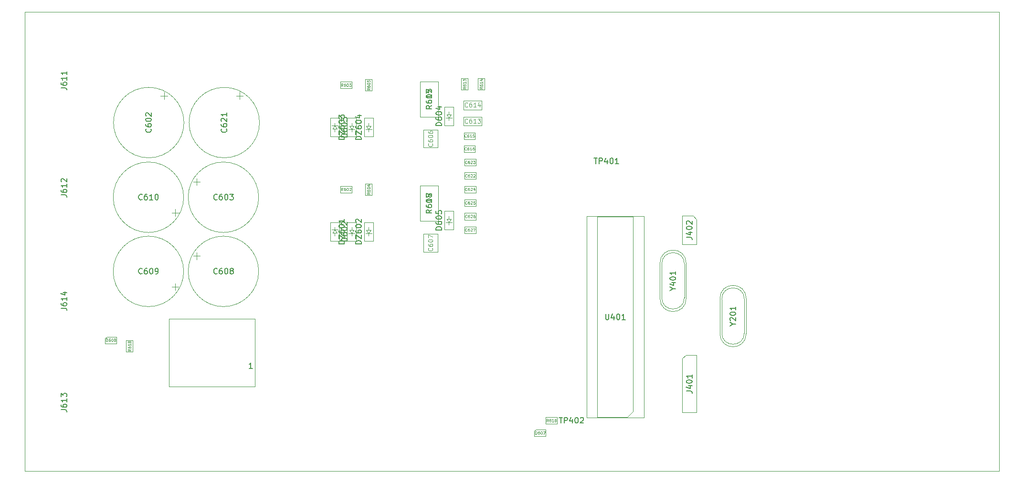
<source format=gbr>
%TF.GenerationSoftware,KiCad,Pcbnew,5.1.9+dfsg1-1+deb11u1*%
%TF.CreationDate,2023-01-06T13:25:03+00:00*%
%TF.ProjectId,MCB19,4d434231-392e-46b6-9963-61645f706362,rev?*%
%TF.SameCoordinates,Original*%
%TF.FileFunction,Other,Fab,Top*%
%FSLAX45Y45*%
G04 Gerber Fmt 4.5, Leading zero omitted, Abs format (unit mm)*
G04 Created by KiCad (PCBNEW 5.1.9+dfsg1-1+deb11u1) date 2023-01-06 13:25:03*
%MOMM*%
%LPD*%
G01*
G04 APERTURE LIST*
%TA.AperFunction,Profile*%
%ADD10C,0.100000*%
%TD*%
%ADD11C,0.120000*%
%ADD12C,0.100000*%
%ADD13C,0.150000*%
%ADD14C,0.080000*%
G04 APERTURE END LIST*
D10*
X22285000Y-5050000D02*
X5000000Y-5050000D01*
X22285000Y-13200000D02*
X22285000Y-5050000D01*
X5000000Y-13200000D02*
X22285000Y-13200000D01*
X5000000Y-5050000D02*
X5000000Y-13200000D01*
D11*
X9080000Y-10500000D02*
X9080000Y-11700000D01*
X7560000Y-10500000D02*
X9080000Y-10500000D01*
X7560000Y-11700000D02*
X7560000Y-10500000D01*
X9080000Y-11700000D02*
X7560000Y-11700000D01*
D12*
X13000000Y-8980000D02*
X12800000Y-8980000D01*
X13000000Y-8860000D02*
X13000000Y-8980000D01*
X12800000Y-8860000D02*
X13000000Y-8860000D01*
X12800000Y-8980000D02*
X12800000Y-8860000D01*
X13000000Y-8740000D02*
X12800000Y-8740000D01*
X13000000Y-8620000D02*
X13000000Y-8740000D01*
X12800000Y-8620000D02*
X13000000Y-8620000D01*
X12800000Y-8740000D02*
X12800000Y-8620000D01*
X13000000Y-7780000D02*
X12800000Y-7780000D01*
X13000000Y-7660000D02*
X13000000Y-7780000D01*
X12800000Y-7660000D02*
X13000000Y-7660000D01*
X12800000Y-7780000D02*
X12800000Y-7660000D01*
X13000000Y-8020000D02*
X12800000Y-8020000D01*
X13000000Y-7900000D02*
X13000000Y-8020000D01*
X12800000Y-7900000D02*
X13000000Y-7900000D01*
X12800000Y-8020000D02*
X12800000Y-7900000D01*
X6920000Y-10880000D02*
X6920000Y-11080000D01*
X6800000Y-10880000D02*
X6920000Y-10880000D01*
X6800000Y-11080000D02*
X6800000Y-10880000D01*
X6920000Y-11080000D02*
X6800000Y-11080000D01*
X12335000Y-8765000D02*
X12015000Y-8765000D01*
X12015000Y-8765000D02*
X12015000Y-8135000D01*
X12015000Y-8135000D02*
X12335000Y-8135000D01*
X12335000Y-8135000D02*
X12335000Y-8765000D01*
X14242500Y-12240000D02*
X14442500Y-12240000D01*
X14242500Y-12360000D02*
X14242500Y-12240000D01*
X14442500Y-12360000D02*
X14242500Y-12360000D01*
X14442500Y-12240000D02*
X14442500Y-12360000D01*
X12335000Y-6285000D02*
X12335000Y-6915000D01*
X12015000Y-6285000D02*
X12335000Y-6285000D01*
X12015000Y-6915000D02*
X12015000Y-6285000D01*
X12335000Y-6915000D02*
X12015000Y-6915000D01*
X6627500Y-10935000D02*
X6627500Y-10815000D01*
X6427500Y-10935000D02*
X6627500Y-10935000D01*
X6427500Y-10845000D02*
X6427500Y-10935000D01*
X6457500Y-10815000D02*
X6427500Y-10845000D01*
X6627500Y-10815000D02*
X6457500Y-10815000D01*
X14240000Y-12580000D02*
X14240000Y-12460000D01*
X14040000Y-12580000D02*
X14240000Y-12580000D01*
X14040000Y-12490000D02*
X14040000Y-12580000D01*
X14070000Y-12460000D02*
X14040000Y-12490000D01*
X14240000Y-12460000D02*
X14070000Y-12460000D01*
X13000000Y-8500000D02*
X12800000Y-8500000D01*
X13000000Y-8380000D02*
X13000000Y-8500000D01*
X12800000Y-8380000D02*
X13000000Y-8380000D01*
X12800000Y-8500000D02*
X12800000Y-8380000D01*
X13000000Y-8260000D02*
X12800000Y-8260000D01*
X13000000Y-8140000D02*
X13000000Y-8260000D01*
X12800000Y-8140000D02*
X13000000Y-8140000D01*
X12800000Y-8260000D02*
X12800000Y-8140000D01*
X8051059Y-9318750D02*
X8051059Y-9443750D01*
X7988559Y-9381250D02*
X8113559Y-9381250D01*
X9150208Y-9655000D02*
G75*
G03*
X9150208Y-9655000I-625000J0D01*
G01*
X8876250Y-6540851D02*
X8751250Y-6540851D01*
X8813750Y-6478351D02*
X8813750Y-6603351D01*
X9165000Y-7015000D02*
G75*
G03*
X9165000Y-7015000I-625000J0D01*
G01*
X7536250Y-6540851D02*
X7411250Y-6540851D01*
X7473750Y-6478351D02*
X7473750Y-6603351D01*
X7825000Y-7015000D02*
G75*
G03*
X7825000Y-7015000I-625000J0D01*
G01*
X13160000Y-6230000D02*
X13160000Y-6430000D01*
X13040000Y-6230000D02*
X13160000Y-6230000D01*
X13040000Y-6430000D02*
X13040000Y-6230000D01*
X13160000Y-6430000D02*
X13040000Y-6430000D01*
X12740000Y-6230000D02*
X12860000Y-6230000D01*
X12860000Y-6230000D02*
X12860000Y-6430000D01*
X12860000Y-6430000D02*
X12740000Y-6430000D01*
X12740000Y-6430000D02*
X12740000Y-6230000D01*
X12989000Y-7540500D02*
X12789000Y-7540500D01*
X12989000Y-7420500D02*
X12989000Y-7540500D01*
X12789000Y-7420500D02*
X12989000Y-7420500D01*
X12789000Y-7540500D02*
X12789000Y-7420500D01*
X12989000Y-7311000D02*
X12789000Y-7311000D01*
X12989000Y-7191000D02*
X12989000Y-7311000D01*
X12789000Y-7191000D02*
X12989000Y-7191000D01*
X12789000Y-7311000D02*
X12789000Y-7191000D01*
X13104000Y-6784000D02*
X12784000Y-6784000D01*
X13104000Y-6624000D02*
X13104000Y-6784000D01*
X12784000Y-6624000D02*
X13104000Y-6624000D01*
X12784000Y-6784000D02*
X12784000Y-6624000D01*
X13104000Y-7071000D02*
X12784000Y-7071000D01*
X13104000Y-6911000D02*
X13104000Y-7071000D01*
X12784000Y-6911000D02*
X13104000Y-6911000D01*
X12784000Y-7071000D02*
X12784000Y-6911000D01*
X12335000Y-8135000D02*
X12335000Y-8765000D01*
X12015000Y-8135000D02*
X12335000Y-8135000D01*
X12015000Y-8765000D02*
X12015000Y-8135000D01*
X12335000Y-8765000D02*
X12015000Y-8765000D01*
X12335000Y-6285000D02*
X12335000Y-6915000D01*
X12015000Y-6285000D02*
X12335000Y-6285000D01*
X12015000Y-6915000D02*
X12015000Y-6285000D01*
X12335000Y-6915000D02*
X12015000Y-6915000D01*
X12075000Y-7460000D02*
X12075000Y-7140000D01*
X12325000Y-7460000D02*
X12075000Y-7460000D01*
X12325000Y-7140000D02*
X12325000Y-7460000D01*
X12075000Y-7140000D02*
X12325000Y-7140000D01*
X12075000Y-9310000D02*
X12075000Y-8990000D01*
X12325000Y-9310000D02*
X12075000Y-9310000D01*
X12325000Y-8990000D02*
X12325000Y-9310000D01*
X12075000Y-8990000D02*
X12325000Y-8990000D01*
X10500000Y-8875000D02*
X10500000Y-8915000D01*
X10500000Y-8915000D02*
X10555000Y-8915000D01*
X10500000Y-8915000D02*
X10445000Y-8915000D01*
X10500000Y-8915000D02*
X10540000Y-8975000D01*
X10540000Y-8975000D02*
X10460000Y-8975000D01*
X10460000Y-8975000D02*
X10500000Y-8915000D01*
X10500000Y-8975000D02*
X10500000Y-9025000D01*
X10580000Y-8785000D02*
X10580000Y-9115000D01*
X10420000Y-8785000D02*
X10580000Y-8785000D01*
X10420000Y-9115000D02*
X10420000Y-8785000D01*
X10580000Y-9115000D02*
X10420000Y-9115000D01*
X7669149Y-8676250D02*
X7669149Y-8551250D01*
X7731649Y-8613750D02*
X7606649Y-8613750D01*
X7820000Y-8340000D02*
G75*
G03*
X7820000Y-8340000I-625000J0D01*
G01*
X7669149Y-9991250D02*
X7669149Y-9866250D01*
X7731649Y-9928750D02*
X7606649Y-9928750D01*
X7820000Y-9655000D02*
G75*
G03*
X7820000Y-9655000I-625000J0D01*
G01*
X11160000Y-6250000D02*
X11160000Y-6450000D01*
X11040000Y-6250000D02*
X11160000Y-6250000D01*
X11040000Y-6450000D02*
X11040000Y-6250000D01*
X11160000Y-6450000D02*
X11040000Y-6450000D01*
X11160000Y-8100000D02*
X11160000Y-8300000D01*
X11040000Y-8100000D02*
X11160000Y-8100000D01*
X11040000Y-8300000D02*
X11040000Y-8100000D01*
X11160000Y-8300000D02*
X11040000Y-8300000D01*
X10600000Y-6290000D02*
X10800000Y-6290000D01*
X10600000Y-6410000D02*
X10600000Y-6290000D01*
X10800000Y-6410000D02*
X10600000Y-6410000D01*
X10800000Y-6290000D02*
X10800000Y-6410000D01*
X10600000Y-8140000D02*
X10800000Y-8140000D01*
X10600000Y-8260000D02*
X10600000Y-8140000D01*
X10800000Y-8260000D02*
X10600000Y-8260000D01*
X10800000Y-8140000D02*
X10800000Y-8260000D01*
X11100000Y-7175000D02*
X11100000Y-7135000D01*
X11100000Y-7135000D02*
X11045000Y-7135000D01*
X11100000Y-7135000D02*
X11155000Y-7135000D01*
X11100000Y-7135000D02*
X11060000Y-7075000D01*
X11060000Y-7075000D02*
X11140000Y-7075000D01*
X11140000Y-7075000D02*
X11100000Y-7135000D01*
X11100000Y-7075000D02*
X11100000Y-7025000D01*
X11020000Y-7265000D02*
X11020000Y-6935000D01*
X11180000Y-7265000D02*
X11020000Y-7265000D01*
X11180000Y-6935000D02*
X11180000Y-7265000D01*
X11020000Y-6935000D02*
X11180000Y-6935000D01*
X10800000Y-7175000D02*
X10800000Y-7135000D01*
X10800000Y-7135000D02*
X10745000Y-7135000D01*
X10800000Y-7135000D02*
X10855000Y-7135000D01*
X10800000Y-7135000D02*
X10760000Y-7075000D01*
X10760000Y-7075000D02*
X10840000Y-7075000D01*
X10840000Y-7075000D02*
X10800000Y-7135000D01*
X10800000Y-7075000D02*
X10800000Y-7025000D01*
X10720000Y-7265000D02*
X10720000Y-6935000D01*
X10880000Y-7265000D02*
X10720000Y-7265000D01*
X10880000Y-6935000D02*
X10880000Y-7265000D01*
X10720000Y-6935000D02*
X10880000Y-6935000D01*
X11020000Y-8785000D02*
X11180000Y-8785000D01*
X11180000Y-8785000D02*
X11180000Y-9115000D01*
X11180000Y-9115000D02*
X11020000Y-9115000D01*
X11020000Y-9115000D02*
X11020000Y-8785000D01*
X11100000Y-8925000D02*
X11100000Y-8875000D01*
X11140000Y-8925000D02*
X11100000Y-8985000D01*
X11060000Y-8925000D02*
X11140000Y-8925000D01*
X11100000Y-8985000D02*
X11060000Y-8925000D01*
X11100000Y-8985000D02*
X11155000Y-8985000D01*
X11100000Y-8985000D02*
X11045000Y-8985000D01*
X11100000Y-9025000D02*
X11100000Y-8985000D01*
X10800000Y-9025000D02*
X10800000Y-8985000D01*
X10800000Y-8985000D02*
X10745000Y-8985000D01*
X10800000Y-8985000D02*
X10855000Y-8985000D01*
X10800000Y-8985000D02*
X10760000Y-8925000D01*
X10760000Y-8925000D02*
X10840000Y-8925000D01*
X10840000Y-8925000D02*
X10800000Y-8985000D01*
X10800000Y-8925000D02*
X10800000Y-8875000D01*
X10720000Y-9115000D02*
X10720000Y-8785000D01*
X10880000Y-9115000D02*
X10720000Y-9115000D01*
X10880000Y-8785000D02*
X10880000Y-9115000D01*
X10720000Y-8785000D02*
X10880000Y-8785000D01*
X12445000Y-8585000D02*
X12605000Y-8585000D01*
X12605000Y-8585000D02*
X12605000Y-8915000D01*
X12605000Y-8915000D02*
X12445000Y-8915000D01*
X12445000Y-8915000D02*
X12445000Y-8585000D01*
X12525000Y-8725000D02*
X12525000Y-8675000D01*
X12565000Y-8725000D02*
X12525000Y-8785000D01*
X12485000Y-8725000D02*
X12565000Y-8725000D01*
X12525000Y-8785000D02*
X12485000Y-8725000D01*
X12525000Y-8785000D02*
X12580000Y-8785000D01*
X12525000Y-8785000D02*
X12470000Y-8785000D01*
X12525000Y-8825000D02*
X12525000Y-8785000D01*
X12525000Y-6975000D02*
X12525000Y-6935000D01*
X12525000Y-6935000D02*
X12470000Y-6935000D01*
X12525000Y-6935000D02*
X12580000Y-6935000D01*
X12525000Y-6935000D02*
X12485000Y-6875000D01*
X12485000Y-6875000D02*
X12565000Y-6875000D01*
X12565000Y-6875000D02*
X12525000Y-6935000D01*
X12525000Y-6875000D02*
X12525000Y-6825000D01*
X12445000Y-7065000D02*
X12445000Y-6735000D01*
X12605000Y-7065000D02*
X12445000Y-7065000D01*
X12605000Y-6735000D02*
X12605000Y-7065000D01*
X12445000Y-6735000D02*
X12605000Y-6735000D01*
X10500000Y-7025000D02*
X10500000Y-7065000D01*
X10500000Y-7065000D02*
X10555000Y-7065000D01*
X10500000Y-7065000D02*
X10445000Y-7065000D01*
X10500000Y-7065000D02*
X10540000Y-7125000D01*
X10540000Y-7125000D02*
X10460000Y-7125000D01*
X10460000Y-7125000D02*
X10500000Y-7065000D01*
X10500000Y-7125000D02*
X10500000Y-7175000D01*
X10580000Y-6935000D02*
X10580000Y-7265000D01*
X10420000Y-6935000D02*
X10580000Y-6935000D01*
X10420000Y-7265000D02*
X10420000Y-6935000D01*
X10580000Y-7265000D02*
X10420000Y-7265000D01*
X8051059Y-8003750D02*
X8051059Y-8128750D01*
X7988559Y-8066250D02*
X8113559Y-8066250D01*
X9150208Y-8340000D02*
G75*
G03*
X9150208Y-8340000I-625000J0D01*
G01*
X16663000Y-8668000D02*
X16853500Y-8668000D01*
X16853500Y-8668000D02*
X16917000Y-8731500D01*
X16917000Y-8731500D02*
X16917000Y-9176000D01*
X16917000Y-9176000D02*
X16663000Y-9176000D01*
X16663000Y-9176000D02*
X16663000Y-8668000D01*
X15691500Y-12242000D02*
X15156500Y-12242000D01*
X15156500Y-12242000D02*
X15156500Y-8686000D01*
X15156500Y-8686000D02*
X15791500Y-8686000D01*
X15791500Y-8686000D02*
X15791500Y-12142000D01*
X15791500Y-12142000D02*
X15691500Y-12242000D01*
X15982000Y-12248000D02*
X15982000Y-8680000D01*
X15982000Y-8680000D02*
X14966000Y-8680000D01*
X14966000Y-8680000D02*
X14966000Y-12248000D01*
X14966000Y-12248000D02*
X15982000Y-12248000D01*
X16726500Y-11139000D02*
X16917000Y-11139000D01*
X16917000Y-11139000D02*
X16917000Y-12155000D01*
X16917000Y-12155000D02*
X16663000Y-12155000D01*
X16663000Y-12155000D02*
X16663000Y-11202500D01*
X16663000Y-11202500D02*
X16726500Y-11139000D01*
X17330900Y-10760100D02*
X17330900Y-10135100D01*
X17795900Y-10760100D02*
X17795900Y-10135100D01*
X17363400Y-10747600D02*
X17363400Y-10147600D01*
X17763400Y-10747600D02*
X17763400Y-10147600D01*
X17795900Y-10760100D02*
G75*
G02*
X17330900Y-10760100I-232500J0D01*
G01*
X17795900Y-10135100D02*
G75*
G03*
X17330900Y-10135100I-232500J0D01*
G01*
X17763400Y-10747600D02*
G75*
G02*
X17363400Y-10747600I-200000J0D01*
G01*
X17763400Y-10147600D02*
G75*
G03*
X17363400Y-10147600I-200000J0D01*
G01*
X16732100Y-9509900D02*
X16732100Y-10134900D01*
X16267100Y-9509900D02*
X16267100Y-10134900D01*
X16699600Y-9522400D02*
X16699600Y-10122400D01*
X16299600Y-9522400D02*
X16299600Y-10122400D01*
X16267100Y-9509900D02*
G75*
G02*
X16732100Y-9509900I232500J0D01*
G01*
X16267100Y-10134900D02*
G75*
G03*
X16732100Y-10134900I232500J0D01*
G01*
X16299600Y-9522400D02*
G75*
G02*
X16699600Y-9522400I200000J0D01*
G01*
X16299600Y-10122400D02*
G75*
G03*
X16699600Y-10122400I200000J0D01*
G01*
D13*
X9038571Y-11375238D02*
X8981429Y-11375238D01*
X9010000Y-11375238D02*
X9010000Y-11275238D01*
X9000476Y-11289524D01*
X8990952Y-11299048D01*
X8981429Y-11303809D01*
X14478571Y-12245238D02*
X14535714Y-12245238D01*
X14507143Y-12345238D02*
X14507143Y-12245238D01*
X14569048Y-12345238D02*
X14569048Y-12245238D01*
X14607143Y-12245238D01*
X14616667Y-12250000D01*
X14621428Y-12254762D01*
X14626190Y-12264286D01*
X14626190Y-12278571D01*
X14621428Y-12288095D01*
X14616667Y-12292857D01*
X14607143Y-12297619D01*
X14569048Y-12297619D01*
X14711905Y-12278571D02*
X14711905Y-12345238D01*
X14688095Y-12240476D02*
X14664286Y-12311905D01*
X14726190Y-12311905D01*
X14783333Y-12245238D02*
X14792857Y-12245238D01*
X14802381Y-12250000D01*
X14807143Y-12254762D01*
X14811905Y-12264286D01*
X14816667Y-12283333D01*
X14816667Y-12307143D01*
X14811905Y-12326190D01*
X14807143Y-12335714D01*
X14802381Y-12340476D01*
X14792857Y-12345238D01*
X14783333Y-12345238D01*
X14773809Y-12340476D01*
X14769048Y-12335714D01*
X14764286Y-12326190D01*
X14759524Y-12307143D01*
X14759524Y-12283333D01*
X14764286Y-12264286D01*
X14769048Y-12254762D01*
X14773809Y-12250000D01*
X14783333Y-12245238D01*
X14854762Y-12254762D02*
X14859524Y-12250000D01*
X14869048Y-12245238D01*
X14892857Y-12245238D01*
X14902381Y-12250000D01*
X14907143Y-12254762D01*
X14911905Y-12264286D01*
X14911905Y-12273809D01*
X14907143Y-12288095D01*
X14850000Y-12345238D01*
X14911905Y-12345238D01*
X15098571Y-7645238D02*
X15155714Y-7645238D01*
X15127143Y-7745238D02*
X15127143Y-7645238D01*
X15189048Y-7745238D02*
X15189048Y-7645238D01*
X15227143Y-7645238D01*
X15236667Y-7650000D01*
X15241428Y-7654762D01*
X15246190Y-7664286D01*
X15246190Y-7678571D01*
X15241428Y-7688095D01*
X15236667Y-7692857D01*
X15227143Y-7697619D01*
X15189048Y-7697619D01*
X15331905Y-7678571D02*
X15331905Y-7745238D01*
X15308095Y-7640476D02*
X15284286Y-7711905D01*
X15346190Y-7711905D01*
X15403333Y-7645238D02*
X15412857Y-7645238D01*
X15422381Y-7650000D01*
X15427143Y-7654762D01*
X15431905Y-7664286D01*
X15436667Y-7683333D01*
X15436667Y-7707143D01*
X15431905Y-7726190D01*
X15427143Y-7735714D01*
X15422381Y-7740476D01*
X15412857Y-7745238D01*
X15403333Y-7745238D01*
X15393809Y-7740476D01*
X15389048Y-7735714D01*
X15384286Y-7726190D01*
X15379524Y-7707143D01*
X15379524Y-7683333D01*
X15384286Y-7664286D01*
X15389048Y-7654762D01*
X15393809Y-7650000D01*
X15403333Y-7645238D01*
X15531905Y-7745238D02*
X15474762Y-7745238D01*
X15503333Y-7745238D02*
X15503333Y-7645238D01*
X15493809Y-7659524D01*
X15484286Y-7669048D01*
X15474762Y-7673809D01*
D14*
X12844048Y-8937857D02*
X12841667Y-8940238D01*
X12834524Y-8942619D01*
X12829762Y-8942619D01*
X12822619Y-8940238D01*
X12817857Y-8935476D01*
X12815476Y-8930714D01*
X12813095Y-8921190D01*
X12813095Y-8914048D01*
X12815476Y-8904524D01*
X12817857Y-8899762D01*
X12822619Y-8895000D01*
X12829762Y-8892619D01*
X12834524Y-8892619D01*
X12841667Y-8895000D01*
X12844048Y-8897381D01*
X12886905Y-8892619D02*
X12877381Y-8892619D01*
X12872619Y-8895000D01*
X12870238Y-8897381D01*
X12865476Y-8904524D01*
X12863095Y-8914048D01*
X12863095Y-8933095D01*
X12865476Y-8937857D01*
X12867857Y-8940238D01*
X12872619Y-8942619D01*
X12882143Y-8942619D01*
X12886905Y-8940238D01*
X12889286Y-8937857D01*
X12891667Y-8933095D01*
X12891667Y-8921190D01*
X12889286Y-8916429D01*
X12886905Y-8914048D01*
X12882143Y-8911667D01*
X12872619Y-8911667D01*
X12867857Y-8914048D01*
X12865476Y-8916429D01*
X12863095Y-8921190D01*
X12910714Y-8897381D02*
X12913095Y-8895000D01*
X12917857Y-8892619D01*
X12929762Y-8892619D01*
X12934524Y-8895000D01*
X12936905Y-8897381D01*
X12939286Y-8902143D01*
X12939286Y-8906905D01*
X12936905Y-8914048D01*
X12908333Y-8942619D01*
X12939286Y-8942619D01*
X12955952Y-8892619D02*
X12989286Y-8892619D01*
X12967857Y-8942619D01*
X12844048Y-8697857D02*
X12841667Y-8700238D01*
X12834524Y-8702619D01*
X12829762Y-8702619D01*
X12822619Y-8700238D01*
X12817857Y-8695476D01*
X12815476Y-8690714D01*
X12813095Y-8681190D01*
X12813095Y-8674048D01*
X12815476Y-8664524D01*
X12817857Y-8659762D01*
X12822619Y-8655000D01*
X12829762Y-8652619D01*
X12834524Y-8652619D01*
X12841667Y-8655000D01*
X12844048Y-8657381D01*
X12886905Y-8652619D02*
X12877381Y-8652619D01*
X12872619Y-8655000D01*
X12870238Y-8657381D01*
X12865476Y-8664524D01*
X12863095Y-8674048D01*
X12863095Y-8693095D01*
X12865476Y-8697857D01*
X12867857Y-8700238D01*
X12872619Y-8702619D01*
X12882143Y-8702619D01*
X12886905Y-8700238D01*
X12889286Y-8697857D01*
X12891667Y-8693095D01*
X12891667Y-8681190D01*
X12889286Y-8676429D01*
X12886905Y-8674048D01*
X12882143Y-8671667D01*
X12872619Y-8671667D01*
X12867857Y-8674048D01*
X12865476Y-8676429D01*
X12863095Y-8681190D01*
X12910714Y-8657381D02*
X12913095Y-8655000D01*
X12917857Y-8652619D01*
X12929762Y-8652619D01*
X12934524Y-8655000D01*
X12936905Y-8657381D01*
X12939286Y-8662143D01*
X12939286Y-8666905D01*
X12936905Y-8674048D01*
X12908333Y-8702619D01*
X12939286Y-8702619D01*
X12982143Y-8652619D02*
X12972619Y-8652619D01*
X12967857Y-8655000D01*
X12965476Y-8657381D01*
X12960714Y-8664524D01*
X12958333Y-8674048D01*
X12958333Y-8693095D01*
X12960714Y-8697857D01*
X12963095Y-8700238D01*
X12967857Y-8702619D01*
X12977381Y-8702619D01*
X12982143Y-8700238D01*
X12984524Y-8697857D01*
X12986905Y-8693095D01*
X12986905Y-8681190D01*
X12984524Y-8676429D01*
X12982143Y-8674048D01*
X12977381Y-8671667D01*
X12967857Y-8671667D01*
X12963095Y-8674048D01*
X12960714Y-8676429D01*
X12958333Y-8681190D01*
X12844048Y-7737857D02*
X12841667Y-7740238D01*
X12834524Y-7742619D01*
X12829762Y-7742619D01*
X12822619Y-7740238D01*
X12817857Y-7735476D01*
X12815476Y-7730714D01*
X12813095Y-7721190D01*
X12813095Y-7714048D01*
X12815476Y-7704524D01*
X12817857Y-7699762D01*
X12822619Y-7695000D01*
X12829762Y-7692619D01*
X12834524Y-7692619D01*
X12841667Y-7695000D01*
X12844048Y-7697381D01*
X12886905Y-7692619D02*
X12877381Y-7692619D01*
X12872619Y-7695000D01*
X12870238Y-7697381D01*
X12865476Y-7704524D01*
X12863095Y-7714048D01*
X12863095Y-7733095D01*
X12865476Y-7737857D01*
X12867857Y-7740238D01*
X12872619Y-7742619D01*
X12882143Y-7742619D01*
X12886905Y-7740238D01*
X12889286Y-7737857D01*
X12891667Y-7733095D01*
X12891667Y-7721190D01*
X12889286Y-7716428D01*
X12886905Y-7714048D01*
X12882143Y-7711667D01*
X12872619Y-7711667D01*
X12867857Y-7714048D01*
X12865476Y-7716428D01*
X12863095Y-7721190D01*
X12910714Y-7697381D02*
X12913095Y-7695000D01*
X12917857Y-7692619D01*
X12929762Y-7692619D01*
X12934524Y-7695000D01*
X12936905Y-7697381D01*
X12939286Y-7702143D01*
X12939286Y-7706905D01*
X12936905Y-7714048D01*
X12908333Y-7742619D01*
X12939286Y-7742619D01*
X12955952Y-7692619D02*
X12986905Y-7692619D01*
X12970238Y-7711667D01*
X12977381Y-7711667D01*
X12982143Y-7714048D01*
X12984524Y-7716428D01*
X12986905Y-7721190D01*
X12986905Y-7733095D01*
X12984524Y-7737857D01*
X12982143Y-7740238D01*
X12977381Y-7742619D01*
X12963095Y-7742619D01*
X12958333Y-7740238D01*
X12955952Y-7737857D01*
X12844048Y-7977857D02*
X12841667Y-7980238D01*
X12834524Y-7982619D01*
X12829762Y-7982619D01*
X12822619Y-7980238D01*
X12817857Y-7975476D01*
X12815476Y-7970714D01*
X12813095Y-7961190D01*
X12813095Y-7954048D01*
X12815476Y-7944524D01*
X12817857Y-7939762D01*
X12822619Y-7935000D01*
X12829762Y-7932619D01*
X12834524Y-7932619D01*
X12841667Y-7935000D01*
X12844048Y-7937381D01*
X12886905Y-7932619D02*
X12877381Y-7932619D01*
X12872619Y-7935000D01*
X12870238Y-7937381D01*
X12865476Y-7944524D01*
X12863095Y-7954048D01*
X12863095Y-7973095D01*
X12865476Y-7977857D01*
X12867857Y-7980238D01*
X12872619Y-7982619D01*
X12882143Y-7982619D01*
X12886905Y-7980238D01*
X12889286Y-7977857D01*
X12891667Y-7973095D01*
X12891667Y-7961190D01*
X12889286Y-7956428D01*
X12886905Y-7954048D01*
X12882143Y-7951667D01*
X12872619Y-7951667D01*
X12867857Y-7954048D01*
X12865476Y-7956428D01*
X12863095Y-7961190D01*
X12910714Y-7937381D02*
X12913095Y-7935000D01*
X12917857Y-7932619D01*
X12929762Y-7932619D01*
X12934524Y-7935000D01*
X12936905Y-7937381D01*
X12939286Y-7942143D01*
X12939286Y-7946905D01*
X12936905Y-7954048D01*
X12908333Y-7982619D01*
X12939286Y-7982619D01*
X12958333Y-7937381D02*
X12960714Y-7935000D01*
X12965476Y-7932619D01*
X12977381Y-7932619D01*
X12982143Y-7935000D01*
X12984524Y-7937381D01*
X12986905Y-7942143D01*
X12986905Y-7946905D01*
X12984524Y-7954048D01*
X12955952Y-7982619D01*
X12986905Y-7982619D01*
X6882619Y-11035952D02*
X6858809Y-11052619D01*
X6882619Y-11064524D02*
X6832619Y-11064524D01*
X6832619Y-11045476D01*
X6835000Y-11040714D01*
X6837381Y-11038333D01*
X6842143Y-11035952D01*
X6849286Y-11035952D01*
X6854048Y-11038333D01*
X6856428Y-11040714D01*
X6858809Y-11045476D01*
X6858809Y-11064524D01*
X6832619Y-10993095D02*
X6832619Y-11002619D01*
X6835000Y-11007381D01*
X6837381Y-11009762D01*
X6844524Y-11014524D01*
X6854048Y-11016905D01*
X6873095Y-11016905D01*
X6877857Y-11014524D01*
X6880238Y-11012143D01*
X6882619Y-11007381D01*
X6882619Y-10997857D01*
X6880238Y-10993095D01*
X6877857Y-10990714D01*
X6873095Y-10988333D01*
X6861190Y-10988333D01*
X6856428Y-10990714D01*
X6854048Y-10993095D01*
X6851667Y-10997857D01*
X6851667Y-11007381D01*
X6854048Y-11012143D01*
X6856428Y-11014524D01*
X6861190Y-11016905D01*
X6882619Y-10940714D02*
X6882619Y-10969286D01*
X6882619Y-10955000D02*
X6832619Y-10955000D01*
X6839762Y-10959762D01*
X6844524Y-10964524D01*
X6846905Y-10969286D01*
X6854048Y-10912143D02*
X6851667Y-10916905D01*
X6849286Y-10919286D01*
X6844524Y-10921667D01*
X6842143Y-10921667D01*
X6837381Y-10919286D01*
X6835000Y-10916905D01*
X6832619Y-10912143D01*
X6832619Y-10902619D01*
X6835000Y-10897857D01*
X6837381Y-10895476D01*
X6842143Y-10893095D01*
X6844524Y-10893095D01*
X6849286Y-10895476D01*
X6851667Y-10897857D01*
X6854048Y-10902619D01*
X6854048Y-10912143D01*
X6856428Y-10916905D01*
X6858809Y-10919286D01*
X6863571Y-10921667D01*
X6873095Y-10921667D01*
X6877857Y-10919286D01*
X6880238Y-10916905D01*
X6882619Y-10912143D01*
X6882619Y-10902619D01*
X6880238Y-10897857D01*
X6877857Y-10895476D01*
X6873095Y-10893095D01*
X6863571Y-10893095D01*
X6858809Y-10895476D01*
X6856428Y-10897857D01*
X6854048Y-10902619D01*
D13*
X12220238Y-8561905D02*
X12172619Y-8595238D01*
X12220238Y-8619048D02*
X12120238Y-8619048D01*
X12120238Y-8580952D01*
X12125000Y-8571429D01*
X12129762Y-8566667D01*
X12139286Y-8561905D01*
X12153571Y-8561905D01*
X12163095Y-8566667D01*
X12167857Y-8571429D01*
X12172619Y-8580952D01*
X12172619Y-8619048D01*
X12120238Y-8476190D02*
X12120238Y-8495238D01*
X12125000Y-8504762D01*
X12129762Y-8509524D01*
X12144048Y-8519048D01*
X12163095Y-8523810D01*
X12201190Y-8523810D01*
X12210714Y-8519048D01*
X12215476Y-8514286D01*
X12220238Y-8504762D01*
X12220238Y-8485714D01*
X12215476Y-8476190D01*
X12210714Y-8471429D01*
X12201190Y-8466667D01*
X12177381Y-8466667D01*
X12167857Y-8471429D01*
X12163095Y-8476190D01*
X12158333Y-8485714D01*
X12158333Y-8504762D01*
X12163095Y-8514286D01*
X12167857Y-8519048D01*
X12177381Y-8523810D01*
X12220238Y-8371428D02*
X12220238Y-8428571D01*
X12220238Y-8400000D02*
X12120238Y-8400000D01*
X12134524Y-8409524D01*
X12144048Y-8419048D01*
X12148809Y-8428571D01*
X12120238Y-8338095D02*
X12120238Y-8271428D01*
X12220238Y-8314286D01*
D14*
X14286548Y-12322619D02*
X14269881Y-12298809D01*
X14257976Y-12322619D02*
X14257976Y-12272619D01*
X14277024Y-12272619D01*
X14281786Y-12275000D01*
X14284167Y-12277381D01*
X14286548Y-12282143D01*
X14286548Y-12289286D01*
X14284167Y-12294048D01*
X14281786Y-12296428D01*
X14277024Y-12298809D01*
X14257976Y-12298809D01*
X14329405Y-12272619D02*
X14319881Y-12272619D01*
X14315119Y-12275000D01*
X14312738Y-12277381D01*
X14307976Y-12284524D01*
X14305595Y-12294048D01*
X14305595Y-12313095D01*
X14307976Y-12317857D01*
X14310357Y-12320238D01*
X14315119Y-12322619D01*
X14324643Y-12322619D01*
X14329405Y-12320238D01*
X14331786Y-12317857D01*
X14334167Y-12313095D01*
X14334167Y-12301190D01*
X14331786Y-12296428D01*
X14329405Y-12294048D01*
X14324643Y-12291667D01*
X14315119Y-12291667D01*
X14310357Y-12294048D01*
X14307976Y-12296428D01*
X14305595Y-12301190D01*
X14381786Y-12322619D02*
X14353214Y-12322619D01*
X14367500Y-12322619D02*
X14367500Y-12272619D01*
X14362738Y-12279762D01*
X14357976Y-12284524D01*
X14353214Y-12286905D01*
X14424643Y-12272619D02*
X14415119Y-12272619D01*
X14410357Y-12275000D01*
X14407976Y-12277381D01*
X14403214Y-12284524D01*
X14400833Y-12294048D01*
X14400833Y-12313095D01*
X14403214Y-12317857D01*
X14405595Y-12320238D01*
X14410357Y-12322619D01*
X14419881Y-12322619D01*
X14424643Y-12320238D01*
X14427024Y-12317857D01*
X14429405Y-12313095D01*
X14429405Y-12301190D01*
X14427024Y-12296428D01*
X14424643Y-12294048D01*
X14419881Y-12291667D01*
X14410357Y-12291667D01*
X14405595Y-12294048D01*
X14403214Y-12296428D01*
X14400833Y-12301190D01*
D13*
X12220238Y-6711905D02*
X12172619Y-6745238D01*
X12220238Y-6769048D02*
X12120238Y-6769048D01*
X12120238Y-6730952D01*
X12125000Y-6721428D01*
X12129762Y-6716667D01*
X12139286Y-6711905D01*
X12153571Y-6711905D01*
X12163095Y-6716667D01*
X12167857Y-6721428D01*
X12172619Y-6730952D01*
X12172619Y-6769048D01*
X12120238Y-6626190D02*
X12120238Y-6645238D01*
X12125000Y-6654762D01*
X12129762Y-6659524D01*
X12144048Y-6669048D01*
X12163095Y-6673809D01*
X12201190Y-6673809D01*
X12210714Y-6669048D01*
X12215476Y-6664286D01*
X12220238Y-6654762D01*
X12220238Y-6635714D01*
X12215476Y-6626190D01*
X12210714Y-6621428D01*
X12201190Y-6616667D01*
X12177381Y-6616667D01*
X12167857Y-6621428D01*
X12163095Y-6626190D01*
X12158333Y-6635714D01*
X12158333Y-6654762D01*
X12163095Y-6664286D01*
X12167857Y-6669048D01*
X12177381Y-6673809D01*
X12220238Y-6521428D02*
X12220238Y-6578571D01*
X12220238Y-6550000D02*
X12120238Y-6550000D01*
X12134524Y-6559524D01*
X12144048Y-6569048D01*
X12148809Y-6578571D01*
X12120238Y-6430952D02*
X12120238Y-6478571D01*
X12167857Y-6483333D01*
X12163095Y-6478571D01*
X12158333Y-6469048D01*
X12158333Y-6445238D01*
X12163095Y-6435714D01*
X12167857Y-6430952D01*
X12177381Y-6426190D01*
X12201190Y-6426190D01*
X12210714Y-6430952D01*
X12215476Y-6435714D01*
X12220238Y-6445238D01*
X12220238Y-6469048D01*
X12215476Y-6478571D01*
X12210714Y-6483333D01*
D14*
X6442976Y-10897619D02*
X6442976Y-10847619D01*
X6454881Y-10847619D01*
X6462024Y-10850000D01*
X6466786Y-10854762D01*
X6469167Y-10859524D01*
X6471548Y-10869048D01*
X6471548Y-10876190D01*
X6469167Y-10885714D01*
X6466786Y-10890476D01*
X6462024Y-10895238D01*
X6454881Y-10897619D01*
X6442976Y-10897619D01*
X6514405Y-10847619D02*
X6504881Y-10847619D01*
X6500119Y-10850000D01*
X6497738Y-10852381D01*
X6492976Y-10859524D01*
X6490595Y-10869048D01*
X6490595Y-10888095D01*
X6492976Y-10892857D01*
X6495357Y-10895238D01*
X6500119Y-10897619D01*
X6509643Y-10897619D01*
X6514405Y-10895238D01*
X6516786Y-10892857D01*
X6519167Y-10888095D01*
X6519167Y-10876190D01*
X6516786Y-10871429D01*
X6514405Y-10869048D01*
X6509643Y-10866667D01*
X6500119Y-10866667D01*
X6495357Y-10869048D01*
X6492976Y-10871429D01*
X6490595Y-10876190D01*
X6550119Y-10847619D02*
X6554881Y-10847619D01*
X6559643Y-10850000D01*
X6562024Y-10852381D01*
X6564405Y-10857143D01*
X6566786Y-10866667D01*
X6566786Y-10878571D01*
X6564405Y-10888095D01*
X6562024Y-10892857D01*
X6559643Y-10895238D01*
X6554881Y-10897619D01*
X6550119Y-10897619D01*
X6545357Y-10895238D01*
X6542976Y-10892857D01*
X6540595Y-10888095D01*
X6538214Y-10878571D01*
X6538214Y-10866667D01*
X6540595Y-10857143D01*
X6542976Y-10852381D01*
X6545357Y-10850000D01*
X6550119Y-10847619D01*
X6595357Y-10869048D02*
X6590595Y-10866667D01*
X6588214Y-10864286D01*
X6585833Y-10859524D01*
X6585833Y-10857143D01*
X6588214Y-10852381D01*
X6590595Y-10850000D01*
X6595357Y-10847619D01*
X6604881Y-10847619D01*
X6609643Y-10850000D01*
X6612024Y-10852381D01*
X6614405Y-10857143D01*
X6614405Y-10859524D01*
X6612024Y-10864286D01*
X6609643Y-10866667D01*
X6604881Y-10869048D01*
X6595357Y-10869048D01*
X6590595Y-10871429D01*
X6588214Y-10873810D01*
X6585833Y-10878571D01*
X6585833Y-10888095D01*
X6588214Y-10892857D01*
X6590595Y-10895238D01*
X6595357Y-10897619D01*
X6604881Y-10897619D01*
X6609643Y-10895238D01*
X6612024Y-10892857D01*
X6614405Y-10888095D01*
X6614405Y-10878571D01*
X6612024Y-10873810D01*
X6609643Y-10871429D01*
X6604881Y-10869048D01*
X14055476Y-12542619D02*
X14055476Y-12492619D01*
X14067381Y-12492619D01*
X14074524Y-12495000D01*
X14079286Y-12499762D01*
X14081667Y-12504524D01*
X14084048Y-12514048D01*
X14084048Y-12521190D01*
X14081667Y-12530714D01*
X14079286Y-12535476D01*
X14074524Y-12540238D01*
X14067381Y-12542619D01*
X14055476Y-12542619D01*
X14126905Y-12492619D02*
X14117381Y-12492619D01*
X14112619Y-12495000D01*
X14110238Y-12497381D01*
X14105476Y-12504524D01*
X14103095Y-12514048D01*
X14103095Y-12533095D01*
X14105476Y-12537857D01*
X14107857Y-12540238D01*
X14112619Y-12542619D01*
X14122143Y-12542619D01*
X14126905Y-12540238D01*
X14129286Y-12537857D01*
X14131667Y-12533095D01*
X14131667Y-12521190D01*
X14129286Y-12516428D01*
X14126905Y-12514048D01*
X14122143Y-12511667D01*
X14112619Y-12511667D01*
X14107857Y-12514048D01*
X14105476Y-12516428D01*
X14103095Y-12521190D01*
X14162619Y-12492619D02*
X14167381Y-12492619D01*
X14172143Y-12495000D01*
X14174524Y-12497381D01*
X14176905Y-12502143D01*
X14179286Y-12511667D01*
X14179286Y-12523571D01*
X14176905Y-12533095D01*
X14174524Y-12537857D01*
X14172143Y-12540238D01*
X14167381Y-12542619D01*
X14162619Y-12542619D01*
X14157857Y-12540238D01*
X14155476Y-12537857D01*
X14153095Y-12533095D01*
X14150714Y-12523571D01*
X14150714Y-12511667D01*
X14153095Y-12502143D01*
X14155476Y-12497381D01*
X14157857Y-12495000D01*
X14162619Y-12492619D01*
X14195952Y-12492619D02*
X14229286Y-12492619D01*
X14207857Y-12542619D01*
X12844048Y-8457857D02*
X12841667Y-8460238D01*
X12834524Y-8462619D01*
X12829762Y-8462619D01*
X12822619Y-8460238D01*
X12817857Y-8455476D01*
X12815476Y-8450714D01*
X12813095Y-8441190D01*
X12813095Y-8434048D01*
X12815476Y-8424524D01*
X12817857Y-8419762D01*
X12822619Y-8415000D01*
X12829762Y-8412619D01*
X12834524Y-8412619D01*
X12841667Y-8415000D01*
X12844048Y-8417381D01*
X12886905Y-8412619D02*
X12877381Y-8412619D01*
X12872619Y-8415000D01*
X12870238Y-8417381D01*
X12865476Y-8424524D01*
X12863095Y-8434048D01*
X12863095Y-8453095D01*
X12865476Y-8457857D01*
X12867857Y-8460238D01*
X12872619Y-8462619D01*
X12882143Y-8462619D01*
X12886905Y-8460238D01*
X12889286Y-8457857D01*
X12891667Y-8453095D01*
X12891667Y-8441190D01*
X12889286Y-8436429D01*
X12886905Y-8434048D01*
X12882143Y-8431667D01*
X12872619Y-8431667D01*
X12867857Y-8434048D01*
X12865476Y-8436429D01*
X12863095Y-8441190D01*
X12910714Y-8417381D02*
X12913095Y-8415000D01*
X12917857Y-8412619D01*
X12929762Y-8412619D01*
X12934524Y-8415000D01*
X12936905Y-8417381D01*
X12939286Y-8422143D01*
X12939286Y-8426905D01*
X12936905Y-8434048D01*
X12908333Y-8462619D01*
X12939286Y-8462619D01*
X12984524Y-8412619D02*
X12960714Y-8412619D01*
X12958333Y-8436429D01*
X12960714Y-8434048D01*
X12965476Y-8431667D01*
X12977381Y-8431667D01*
X12982143Y-8434048D01*
X12984524Y-8436429D01*
X12986905Y-8441190D01*
X12986905Y-8453095D01*
X12984524Y-8457857D01*
X12982143Y-8460238D01*
X12977381Y-8462619D01*
X12965476Y-8462619D01*
X12960714Y-8460238D01*
X12958333Y-8457857D01*
X12844048Y-8217857D02*
X12841667Y-8220238D01*
X12834524Y-8222619D01*
X12829762Y-8222619D01*
X12822619Y-8220238D01*
X12817857Y-8215476D01*
X12815476Y-8210714D01*
X12813095Y-8201190D01*
X12813095Y-8194048D01*
X12815476Y-8184524D01*
X12817857Y-8179762D01*
X12822619Y-8175000D01*
X12829762Y-8172619D01*
X12834524Y-8172619D01*
X12841667Y-8175000D01*
X12844048Y-8177381D01*
X12886905Y-8172619D02*
X12877381Y-8172619D01*
X12872619Y-8175000D01*
X12870238Y-8177381D01*
X12865476Y-8184524D01*
X12863095Y-8194048D01*
X12863095Y-8213095D01*
X12865476Y-8217857D01*
X12867857Y-8220238D01*
X12872619Y-8222619D01*
X12882143Y-8222619D01*
X12886905Y-8220238D01*
X12889286Y-8217857D01*
X12891667Y-8213095D01*
X12891667Y-8201190D01*
X12889286Y-8196428D01*
X12886905Y-8194048D01*
X12882143Y-8191667D01*
X12872619Y-8191667D01*
X12867857Y-8194048D01*
X12865476Y-8196428D01*
X12863095Y-8201190D01*
X12910714Y-8177381D02*
X12913095Y-8175000D01*
X12917857Y-8172619D01*
X12929762Y-8172619D01*
X12934524Y-8175000D01*
X12936905Y-8177381D01*
X12939286Y-8182143D01*
X12939286Y-8186905D01*
X12936905Y-8194048D01*
X12908333Y-8222619D01*
X12939286Y-8222619D01*
X12982143Y-8189286D02*
X12982143Y-8222619D01*
X12970238Y-8170238D02*
X12958333Y-8205952D01*
X12989286Y-8205952D01*
D13*
X8413303Y-9690714D02*
X8408542Y-9695476D01*
X8394256Y-9700238D01*
X8384732Y-9700238D01*
X8370446Y-9695476D01*
X8360922Y-9685952D01*
X8356160Y-9676429D01*
X8351399Y-9657381D01*
X8351399Y-9643095D01*
X8356160Y-9624048D01*
X8360922Y-9614524D01*
X8370446Y-9605000D01*
X8384732Y-9600238D01*
X8394256Y-9600238D01*
X8408542Y-9605000D01*
X8413303Y-9609762D01*
X8499018Y-9600238D02*
X8479970Y-9600238D01*
X8470446Y-9605000D01*
X8465684Y-9609762D01*
X8456161Y-9624048D01*
X8451399Y-9643095D01*
X8451399Y-9681190D01*
X8456161Y-9690714D01*
X8460922Y-9695476D01*
X8470446Y-9700238D01*
X8489494Y-9700238D01*
X8499018Y-9695476D01*
X8503780Y-9690714D01*
X8508542Y-9681190D01*
X8508542Y-9657381D01*
X8503780Y-9647857D01*
X8499018Y-9643095D01*
X8489494Y-9638333D01*
X8470446Y-9638333D01*
X8460922Y-9643095D01*
X8456161Y-9647857D01*
X8451399Y-9657381D01*
X8570446Y-9600238D02*
X8579970Y-9600238D01*
X8589494Y-9605000D01*
X8594256Y-9609762D01*
X8599018Y-9619286D01*
X8603780Y-9638333D01*
X8603780Y-9662143D01*
X8599018Y-9681190D01*
X8594256Y-9690714D01*
X8589494Y-9695476D01*
X8579970Y-9700238D01*
X8570446Y-9700238D01*
X8560922Y-9695476D01*
X8556161Y-9690714D01*
X8551399Y-9681190D01*
X8546637Y-9662143D01*
X8546637Y-9638333D01*
X8551399Y-9619286D01*
X8556161Y-9609762D01*
X8560922Y-9605000D01*
X8570446Y-9600238D01*
X8660922Y-9643095D02*
X8651399Y-9638333D01*
X8646637Y-9633571D01*
X8641875Y-9624048D01*
X8641875Y-9619286D01*
X8646637Y-9609762D01*
X8651399Y-9605000D01*
X8660922Y-9600238D01*
X8679970Y-9600238D01*
X8689494Y-9605000D01*
X8694256Y-9609762D01*
X8699018Y-9619286D01*
X8699018Y-9624048D01*
X8694256Y-9633571D01*
X8689494Y-9638333D01*
X8679970Y-9643095D01*
X8660922Y-9643095D01*
X8651399Y-9647857D01*
X8646637Y-9652619D01*
X8641875Y-9662143D01*
X8641875Y-9681190D01*
X8646637Y-9690714D01*
X8651399Y-9695476D01*
X8660922Y-9700238D01*
X8679970Y-9700238D01*
X8689494Y-9695476D01*
X8694256Y-9690714D01*
X8699018Y-9681190D01*
X8699018Y-9662143D01*
X8694256Y-9652619D01*
X8689494Y-9647857D01*
X8679970Y-9643095D01*
X8575714Y-7126905D02*
X8580476Y-7131667D01*
X8585238Y-7145952D01*
X8585238Y-7155476D01*
X8580476Y-7169762D01*
X8570952Y-7179286D01*
X8561429Y-7184048D01*
X8542381Y-7188809D01*
X8528095Y-7188809D01*
X8509048Y-7184048D01*
X8499524Y-7179286D01*
X8490000Y-7169762D01*
X8485238Y-7155476D01*
X8485238Y-7145952D01*
X8490000Y-7131667D01*
X8494762Y-7126905D01*
X8485238Y-7041190D02*
X8485238Y-7060238D01*
X8490000Y-7069762D01*
X8494762Y-7074524D01*
X8509048Y-7084048D01*
X8528095Y-7088809D01*
X8566190Y-7088809D01*
X8575714Y-7084048D01*
X8580476Y-7079286D01*
X8585238Y-7069762D01*
X8585238Y-7050714D01*
X8580476Y-7041190D01*
X8575714Y-7036428D01*
X8566190Y-7031667D01*
X8542381Y-7031667D01*
X8532857Y-7036428D01*
X8528095Y-7041190D01*
X8523333Y-7050714D01*
X8523333Y-7069762D01*
X8528095Y-7079286D01*
X8532857Y-7084048D01*
X8542381Y-7088809D01*
X8494762Y-6993571D02*
X8490000Y-6988809D01*
X8485238Y-6979286D01*
X8485238Y-6955476D01*
X8490000Y-6945952D01*
X8494762Y-6941190D01*
X8504286Y-6936428D01*
X8513810Y-6936428D01*
X8528095Y-6941190D01*
X8585238Y-6998333D01*
X8585238Y-6936428D01*
X8585238Y-6841190D02*
X8585238Y-6898333D01*
X8585238Y-6869762D02*
X8485238Y-6869762D01*
X8499524Y-6879286D01*
X8509048Y-6888809D01*
X8513810Y-6898333D01*
X7235714Y-7126905D02*
X7240476Y-7131667D01*
X7245238Y-7145952D01*
X7245238Y-7155476D01*
X7240476Y-7169762D01*
X7230952Y-7179286D01*
X7221428Y-7184048D01*
X7202381Y-7188809D01*
X7188095Y-7188809D01*
X7169048Y-7184048D01*
X7159524Y-7179286D01*
X7150000Y-7169762D01*
X7145238Y-7155476D01*
X7145238Y-7145952D01*
X7150000Y-7131667D01*
X7154762Y-7126905D01*
X7145238Y-7041190D02*
X7145238Y-7060238D01*
X7150000Y-7069762D01*
X7154762Y-7074524D01*
X7169048Y-7084048D01*
X7188095Y-7088809D01*
X7226190Y-7088809D01*
X7235714Y-7084048D01*
X7240476Y-7079286D01*
X7245238Y-7069762D01*
X7245238Y-7050714D01*
X7240476Y-7041190D01*
X7235714Y-7036428D01*
X7226190Y-7031667D01*
X7202381Y-7031667D01*
X7192857Y-7036428D01*
X7188095Y-7041190D01*
X7183333Y-7050714D01*
X7183333Y-7069762D01*
X7188095Y-7079286D01*
X7192857Y-7084048D01*
X7202381Y-7088809D01*
X7145238Y-6969762D02*
X7145238Y-6960238D01*
X7150000Y-6950714D01*
X7154762Y-6945952D01*
X7164286Y-6941190D01*
X7183333Y-6936428D01*
X7207143Y-6936428D01*
X7226190Y-6941190D01*
X7235714Y-6945952D01*
X7240476Y-6950714D01*
X7245238Y-6960238D01*
X7245238Y-6969762D01*
X7240476Y-6979286D01*
X7235714Y-6984048D01*
X7226190Y-6988809D01*
X7207143Y-6993571D01*
X7183333Y-6993571D01*
X7164286Y-6988809D01*
X7154762Y-6984048D01*
X7150000Y-6979286D01*
X7145238Y-6969762D01*
X7154762Y-6898333D02*
X7150000Y-6893571D01*
X7145238Y-6884048D01*
X7145238Y-6860238D01*
X7150000Y-6850714D01*
X7154762Y-6845952D01*
X7164286Y-6841190D01*
X7173809Y-6841190D01*
X7188095Y-6845952D01*
X7245238Y-6903095D01*
X7245238Y-6841190D01*
D14*
X13122619Y-6385952D02*
X13098809Y-6402619D01*
X13122619Y-6414524D02*
X13072619Y-6414524D01*
X13072619Y-6395476D01*
X13075000Y-6390714D01*
X13077381Y-6388333D01*
X13082143Y-6385952D01*
X13089286Y-6385952D01*
X13094048Y-6388333D01*
X13096428Y-6390714D01*
X13098809Y-6395476D01*
X13098809Y-6414524D01*
X13072619Y-6343095D02*
X13072619Y-6352619D01*
X13075000Y-6357381D01*
X13077381Y-6359762D01*
X13084524Y-6364524D01*
X13094048Y-6366905D01*
X13113095Y-6366905D01*
X13117857Y-6364524D01*
X13120238Y-6362143D01*
X13122619Y-6357381D01*
X13122619Y-6347857D01*
X13120238Y-6343095D01*
X13117857Y-6340714D01*
X13113095Y-6338333D01*
X13101190Y-6338333D01*
X13096428Y-6340714D01*
X13094048Y-6343095D01*
X13091667Y-6347857D01*
X13091667Y-6357381D01*
X13094048Y-6362143D01*
X13096428Y-6364524D01*
X13101190Y-6366905D01*
X13122619Y-6290714D02*
X13122619Y-6319286D01*
X13122619Y-6305000D02*
X13072619Y-6305000D01*
X13079762Y-6309762D01*
X13084524Y-6314524D01*
X13086905Y-6319286D01*
X13089286Y-6247857D02*
X13122619Y-6247857D01*
X13070238Y-6259762D02*
X13105952Y-6271667D01*
X13105952Y-6240714D01*
X12822619Y-6385952D02*
X12798809Y-6402619D01*
X12822619Y-6414524D02*
X12772619Y-6414524D01*
X12772619Y-6395476D01*
X12775000Y-6390714D01*
X12777381Y-6388333D01*
X12782143Y-6385952D01*
X12789286Y-6385952D01*
X12794048Y-6388333D01*
X12796428Y-6390714D01*
X12798809Y-6395476D01*
X12798809Y-6414524D01*
X12772619Y-6343095D02*
X12772619Y-6352619D01*
X12775000Y-6357381D01*
X12777381Y-6359762D01*
X12784524Y-6364524D01*
X12794048Y-6366905D01*
X12813095Y-6366905D01*
X12817857Y-6364524D01*
X12820238Y-6362143D01*
X12822619Y-6357381D01*
X12822619Y-6347857D01*
X12820238Y-6343095D01*
X12817857Y-6340714D01*
X12813095Y-6338333D01*
X12801190Y-6338333D01*
X12796428Y-6340714D01*
X12794048Y-6343095D01*
X12791667Y-6347857D01*
X12791667Y-6357381D01*
X12794048Y-6362143D01*
X12796428Y-6364524D01*
X12801190Y-6366905D01*
X12822619Y-6290714D02*
X12822619Y-6319286D01*
X12822619Y-6305000D02*
X12772619Y-6305000D01*
X12779762Y-6309762D01*
X12784524Y-6314524D01*
X12786905Y-6319286D01*
X12772619Y-6274048D02*
X12772619Y-6243095D01*
X12791667Y-6259762D01*
X12791667Y-6252619D01*
X12794048Y-6247857D01*
X12796428Y-6245476D01*
X12801190Y-6243095D01*
X12813095Y-6243095D01*
X12817857Y-6245476D01*
X12820238Y-6247857D01*
X12822619Y-6252619D01*
X12822619Y-6266905D01*
X12820238Y-6271667D01*
X12817857Y-6274048D01*
X12833048Y-7498357D02*
X12830667Y-7500738D01*
X12823524Y-7503119D01*
X12818762Y-7503119D01*
X12811619Y-7500738D01*
X12806857Y-7495976D01*
X12804476Y-7491214D01*
X12802095Y-7481690D01*
X12802095Y-7474548D01*
X12804476Y-7465024D01*
X12806857Y-7460262D01*
X12811619Y-7455500D01*
X12818762Y-7453119D01*
X12823524Y-7453119D01*
X12830667Y-7455500D01*
X12833048Y-7457881D01*
X12875905Y-7453119D02*
X12866381Y-7453119D01*
X12861619Y-7455500D01*
X12859238Y-7457881D01*
X12854476Y-7465024D01*
X12852095Y-7474548D01*
X12852095Y-7493595D01*
X12854476Y-7498357D01*
X12856857Y-7500738D01*
X12861619Y-7503119D01*
X12871143Y-7503119D01*
X12875905Y-7500738D01*
X12878286Y-7498357D01*
X12880667Y-7493595D01*
X12880667Y-7481690D01*
X12878286Y-7476929D01*
X12875905Y-7474548D01*
X12871143Y-7472167D01*
X12861619Y-7472167D01*
X12856857Y-7474548D01*
X12854476Y-7476929D01*
X12852095Y-7481690D01*
X12928286Y-7503119D02*
X12899714Y-7503119D01*
X12914000Y-7503119D02*
X12914000Y-7453119D01*
X12909238Y-7460262D01*
X12904476Y-7465024D01*
X12899714Y-7467405D01*
X12971143Y-7453119D02*
X12961619Y-7453119D01*
X12956857Y-7455500D01*
X12954476Y-7457881D01*
X12949714Y-7465024D01*
X12947333Y-7474548D01*
X12947333Y-7493595D01*
X12949714Y-7498357D01*
X12952095Y-7500738D01*
X12956857Y-7503119D01*
X12966381Y-7503119D01*
X12971143Y-7500738D01*
X12973524Y-7498357D01*
X12975905Y-7493595D01*
X12975905Y-7481690D01*
X12973524Y-7476929D01*
X12971143Y-7474548D01*
X12966381Y-7472167D01*
X12956857Y-7472167D01*
X12952095Y-7474548D01*
X12949714Y-7476929D01*
X12947333Y-7481690D01*
X12833048Y-7268857D02*
X12830667Y-7271238D01*
X12823524Y-7273619D01*
X12818762Y-7273619D01*
X12811619Y-7271238D01*
X12806857Y-7266476D01*
X12804476Y-7261714D01*
X12802095Y-7252190D01*
X12802095Y-7245048D01*
X12804476Y-7235524D01*
X12806857Y-7230762D01*
X12811619Y-7226000D01*
X12818762Y-7223619D01*
X12823524Y-7223619D01*
X12830667Y-7226000D01*
X12833048Y-7228381D01*
X12875905Y-7223619D02*
X12866381Y-7223619D01*
X12861619Y-7226000D01*
X12859238Y-7228381D01*
X12854476Y-7235524D01*
X12852095Y-7245048D01*
X12852095Y-7264095D01*
X12854476Y-7268857D01*
X12856857Y-7271238D01*
X12861619Y-7273619D01*
X12871143Y-7273619D01*
X12875905Y-7271238D01*
X12878286Y-7268857D01*
X12880667Y-7264095D01*
X12880667Y-7252190D01*
X12878286Y-7247428D01*
X12875905Y-7245048D01*
X12871143Y-7242667D01*
X12861619Y-7242667D01*
X12856857Y-7245048D01*
X12854476Y-7247428D01*
X12852095Y-7252190D01*
X12928286Y-7273619D02*
X12899714Y-7273619D01*
X12914000Y-7273619D02*
X12914000Y-7223619D01*
X12909238Y-7230762D01*
X12904476Y-7235524D01*
X12899714Y-7237905D01*
X12973524Y-7223619D02*
X12949714Y-7223619D01*
X12947333Y-7247428D01*
X12949714Y-7245048D01*
X12954476Y-7242667D01*
X12966381Y-7242667D01*
X12971143Y-7245048D01*
X12973524Y-7247428D01*
X12975905Y-7252190D01*
X12975905Y-7264095D01*
X12973524Y-7268857D01*
X12971143Y-7271238D01*
X12966381Y-7273619D01*
X12954476Y-7273619D01*
X12949714Y-7271238D01*
X12947333Y-7268857D01*
D11*
X12854476Y-6732571D02*
X12850667Y-6736381D01*
X12839238Y-6740190D01*
X12831619Y-6740190D01*
X12820190Y-6736381D01*
X12812571Y-6728762D01*
X12808762Y-6721143D01*
X12804952Y-6705905D01*
X12804952Y-6694476D01*
X12808762Y-6679238D01*
X12812571Y-6671619D01*
X12820190Y-6664000D01*
X12831619Y-6660190D01*
X12839238Y-6660190D01*
X12850667Y-6664000D01*
X12854476Y-6667809D01*
X12923048Y-6660190D02*
X12907809Y-6660190D01*
X12900190Y-6664000D01*
X12896381Y-6667809D01*
X12888762Y-6679238D01*
X12884952Y-6694476D01*
X12884952Y-6724952D01*
X12888762Y-6732571D01*
X12892571Y-6736381D01*
X12900190Y-6740190D01*
X12915428Y-6740190D01*
X12923048Y-6736381D01*
X12926857Y-6732571D01*
X12930667Y-6724952D01*
X12930667Y-6705905D01*
X12926857Y-6698286D01*
X12923048Y-6694476D01*
X12915428Y-6690667D01*
X12900190Y-6690667D01*
X12892571Y-6694476D01*
X12888762Y-6698286D01*
X12884952Y-6705905D01*
X13006857Y-6740190D02*
X12961143Y-6740190D01*
X12984000Y-6740190D02*
X12984000Y-6660190D01*
X12976381Y-6671619D01*
X12968762Y-6679238D01*
X12961143Y-6683048D01*
X13075428Y-6686857D02*
X13075428Y-6740190D01*
X13056381Y-6656381D02*
X13037333Y-6713524D01*
X13086857Y-6713524D01*
X12854476Y-7019571D02*
X12850667Y-7023381D01*
X12839238Y-7027190D01*
X12831619Y-7027190D01*
X12820190Y-7023381D01*
X12812571Y-7015762D01*
X12808762Y-7008143D01*
X12804952Y-6992905D01*
X12804952Y-6981476D01*
X12808762Y-6966238D01*
X12812571Y-6958619D01*
X12820190Y-6951000D01*
X12831619Y-6947190D01*
X12839238Y-6947190D01*
X12850667Y-6951000D01*
X12854476Y-6954809D01*
X12923048Y-6947190D02*
X12907809Y-6947190D01*
X12900190Y-6951000D01*
X12896381Y-6954809D01*
X12888762Y-6966238D01*
X12884952Y-6981476D01*
X12884952Y-7011952D01*
X12888762Y-7019571D01*
X12892571Y-7023381D01*
X12900190Y-7027190D01*
X12915428Y-7027190D01*
X12923048Y-7023381D01*
X12926857Y-7019571D01*
X12930667Y-7011952D01*
X12930667Y-6992905D01*
X12926857Y-6985286D01*
X12923048Y-6981476D01*
X12915428Y-6977667D01*
X12900190Y-6977667D01*
X12892571Y-6981476D01*
X12888762Y-6985286D01*
X12884952Y-6992905D01*
X13006857Y-7027190D02*
X12961143Y-7027190D01*
X12984000Y-7027190D02*
X12984000Y-6947190D01*
X12976381Y-6958619D01*
X12968762Y-6966238D01*
X12961143Y-6970048D01*
X13033524Y-6947190D02*
X13083048Y-6947190D01*
X13056381Y-6977667D01*
X13067809Y-6977667D01*
X13075428Y-6981476D01*
X13079238Y-6985286D01*
X13083048Y-6992905D01*
X13083048Y-7011952D01*
X13079238Y-7019571D01*
X13075428Y-7023381D01*
X13067809Y-7027190D01*
X13044952Y-7027190D01*
X13037333Y-7023381D01*
X13033524Y-7019571D01*
D13*
X12220238Y-8561905D02*
X12172619Y-8595238D01*
X12220238Y-8619048D02*
X12120238Y-8619048D01*
X12120238Y-8580952D01*
X12125000Y-8571429D01*
X12129762Y-8566667D01*
X12139286Y-8561905D01*
X12153571Y-8561905D01*
X12163095Y-8566667D01*
X12167857Y-8571429D01*
X12172619Y-8580952D01*
X12172619Y-8619048D01*
X12120238Y-8476190D02*
X12120238Y-8495238D01*
X12125000Y-8504762D01*
X12129762Y-8509524D01*
X12144048Y-8519048D01*
X12163095Y-8523810D01*
X12201190Y-8523810D01*
X12210714Y-8519048D01*
X12215476Y-8514286D01*
X12220238Y-8504762D01*
X12220238Y-8485714D01*
X12215476Y-8476190D01*
X12210714Y-8471429D01*
X12201190Y-8466667D01*
X12177381Y-8466667D01*
X12167857Y-8471429D01*
X12163095Y-8476190D01*
X12158333Y-8485714D01*
X12158333Y-8504762D01*
X12163095Y-8514286D01*
X12167857Y-8519048D01*
X12177381Y-8523810D01*
X12120238Y-8404762D02*
X12120238Y-8395238D01*
X12125000Y-8385714D01*
X12129762Y-8380952D01*
X12139286Y-8376190D01*
X12158333Y-8371428D01*
X12182143Y-8371428D01*
X12201190Y-8376190D01*
X12210714Y-8380952D01*
X12215476Y-8385714D01*
X12220238Y-8395238D01*
X12220238Y-8404762D01*
X12215476Y-8414286D01*
X12210714Y-8419048D01*
X12201190Y-8423810D01*
X12182143Y-8428571D01*
X12158333Y-8428571D01*
X12139286Y-8423810D01*
X12129762Y-8419048D01*
X12125000Y-8414286D01*
X12120238Y-8404762D01*
X12163095Y-8314286D02*
X12158333Y-8323809D01*
X12153571Y-8328571D01*
X12144048Y-8333333D01*
X12139286Y-8333333D01*
X12129762Y-8328571D01*
X12125000Y-8323809D01*
X12120238Y-8314286D01*
X12120238Y-8295238D01*
X12125000Y-8285714D01*
X12129762Y-8280952D01*
X12139286Y-8276190D01*
X12144048Y-8276190D01*
X12153571Y-8280952D01*
X12158333Y-8285714D01*
X12163095Y-8295238D01*
X12163095Y-8314286D01*
X12167857Y-8323809D01*
X12172619Y-8328571D01*
X12182143Y-8333333D01*
X12201190Y-8333333D01*
X12210714Y-8328571D01*
X12215476Y-8323809D01*
X12220238Y-8314286D01*
X12220238Y-8295238D01*
X12215476Y-8285714D01*
X12210714Y-8280952D01*
X12201190Y-8276190D01*
X12182143Y-8276190D01*
X12172619Y-8280952D01*
X12167857Y-8285714D01*
X12163095Y-8295238D01*
X12220238Y-6711905D02*
X12172619Y-6745238D01*
X12220238Y-6769048D02*
X12120238Y-6769048D01*
X12120238Y-6730952D01*
X12125000Y-6721428D01*
X12129762Y-6716667D01*
X12139286Y-6711905D01*
X12153571Y-6711905D01*
X12163095Y-6716667D01*
X12167857Y-6721428D01*
X12172619Y-6730952D01*
X12172619Y-6769048D01*
X12120238Y-6626190D02*
X12120238Y-6645238D01*
X12125000Y-6654762D01*
X12129762Y-6659524D01*
X12144048Y-6669048D01*
X12163095Y-6673809D01*
X12201190Y-6673809D01*
X12210714Y-6669048D01*
X12215476Y-6664286D01*
X12220238Y-6654762D01*
X12220238Y-6635714D01*
X12215476Y-6626190D01*
X12210714Y-6621428D01*
X12201190Y-6616667D01*
X12177381Y-6616667D01*
X12167857Y-6621428D01*
X12163095Y-6626190D01*
X12158333Y-6635714D01*
X12158333Y-6654762D01*
X12163095Y-6664286D01*
X12167857Y-6669048D01*
X12177381Y-6673809D01*
X12120238Y-6554762D02*
X12120238Y-6545238D01*
X12125000Y-6535714D01*
X12129762Y-6530952D01*
X12139286Y-6526190D01*
X12158333Y-6521428D01*
X12182143Y-6521428D01*
X12201190Y-6526190D01*
X12210714Y-6530952D01*
X12215476Y-6535714D01*
X12220238Y-6545238D01*
X12220238Y-6554762D01*
X12215476Y-6564286D01*
X12210714Y-6569048D01*
X12201190Y-6573809D01*
X12182143Y-6578571D01*
X12158333Y-6578571D01*
X12139286Y-6573809D01*
X12129762Y-6569048D01*
X12125000Y-6564286D01*
X12120238Y-6554762D01*
X12120238Y-6488095D02*
X12120238Y-6421428D01*
X12220238Y-6464286D01*
D11*
X12228571Y-7389524D02*
X12232381Y-7393333D01*
X12236190Y-7404762D01*
X12236190Y-7412381D01*
X12232381Y-7423809D01*
X12224762Y-7431428D01*
X12217143Y-7435238D01*
X12201905Y-7439048D01*
X12190476Y-7439048D01*
X12175238Y-7435238D01*
X12167619Y-7431428D01*
X12160000Y-7423809D01*
X12156190Y-7412381D01*
X12156190Y-7404762D01*
X12160000Y-7393333D01*
X12163809Y-7389524D01*
X12156190Y-7320952D02*
X12156190Y-7336190D01*
X12160000Y-7343809D01*
X12163809Y-7347619D01*
X12175238Y-7355238D01*
X12190476Y-7359048D01*
X12220952Y-7359048D01*
X12228571Y-7355238D01*
X12232381Y-7351428D01*
X12236190Y-7343809D01*
X12236190Y-7328571D01*
X12232381Y-7320952D01*
X12228571Y-7317143D01*
X12220952Y-7313333D01*
X12201905Y-7313333D01*
X12194286Y-7317143D01*
X12190476Y-7320952D01*
X12186667Y-7328571D01*
X12186667Y-7343809D01*
X12190476Y-7351428D01*
X12194286Y-7355238D01*
X12201905Y-7359048D01*
X12156190Y-7263809D02*
X12156190Y-7256190D01*
X12160000Y-7248571D01*
X12163809Y-7244762D01*
X12171428Y-7240952D01*
X12186667Y-7237143D01*
X12205714Y-7237143D01*
X12220952Y-7240952D01*
X12228571Y-7244762D01*
X12232381Y-7248571D01*
X12236190Y-7256190D01*
X12236190Y-7263809D01*
X12232381Y-7271428D01*
X12228571Y-7275238D01*
X12220952Y-7279048D01*
X12205714Y-7282857D01*
X12186667Y-7282857D01*
X12171428Y-7279048D01*
X12163809Y-7275238D01*
X12160000Y-7271428D01*
X12156190Y-7263809D01*
X12156190Y-7168571D02*
X12156190Y-7183809D01*
X12160000Y-7191428D01*
X12163809Y-7195238D01*
X12175238Y-7202857D01*
X12190476Y-7206667D01*
X12220952Y-7206667D01*
X12228571Y-7202857D01*
X12232381Y-7199048D01*
X12236190Y-7191428D01*
X12236190Y-7176190D01*
X12232381Y-7168571D01*
X12228571Y-7164762D01*
X12220952Y-7160952D01*
X12201905Y-7160952D01*
X12194286Y-7164762D01*
X12190476Y-7168571D01*
X12186667Y-7176190D01*
X12186667Y-7191428D01*
X12190476Y-7199048D01*
X12194286Y-7202857D01*
X12201905Y-7206667D01*
X12228571Y-9239524D02*
X12232381Y-9243333D01*
X12236190Y-9254762D01*
X12236190Y-9262381D01*
X12232381Y-9273810D01*
X12224762Y-9281429D01*
X12217143Y-9285238D01*
X12201905Y-9289048D01*
X12190476Y-9289048D01*
X12175238Y-9285238D01*
X12167619Y-9281429D01*
X12160000Y-9273810D01*
X12156190Y-9262381D01*
X12156190Y-9254762D01*
X12160000Y-9243333D01*
X12163809Y-9239524D01*
X12156190Y-9170952D02*
X12156190Y-9186190D01*
X12160000Y-9193810D01*
X12163809Y-9197619D01*
X12175238Y-9205238D01*
X12190476Y-9209048D01*
X12220952Y-9209048D01*
X12228571Y-9205238D01*
X12232381Y-9201429D01*
X12236190Y-9193810D01*
X12236190Y-9178571D01*
X12232381Y-9170952D01*
X12228571Y-9167143D01*
X12220952Y-9163333D01*
X12201905Y-9163333D01*
X12194286Y-9167143D01*
X12190476Y-9170952D01*
X12186667Y-9178571D01*
X12186667Y-9193810D01*
X12190476Y-9201429D01*
X12194286Y-9205238D01*
X12201905Y-9209048D01*
X12156190Y-9113810D02*
X12156190Y-9106190D01*
X12160000Y-9098571D01*
X12163809Y-9094762D01*
X12171428Y-9090952D01*
X12186667Y-9087143D01*
X12205714Y-9087143D01*
X12220952Y-9090952D01*
X12228571Y-9094762D01*
X12232381Y-9098571D01*
X12236190Y-9106190D01*
X12236190Y-9113810D01*
X12232381Y-9121429D01*
X12228571Y-9125238D01*
X12220952Y-9129048D01*
X12205714Y-9132857D01*
X12186667Y-9132857D01*
X12171428Y-9129048D01*
X12163809Y-9125238D01*
X12160000Y-9121429D01*
X12156190Y-9113810D01*
X12156190Y-9060476D02*
X12156190Y-9007143D01*
X12236190Y-9041429D01*
D13*
X5645238Y-12108571D02*
X5716667Y-12108571D01*
X5730952Y-12113333D01*
X5740476Y-12122857D01*
X5745238Y-12137143D01*
X5745238Y-12146667D01*
X5645238Y-12018095D02*
X5645238Y-12037143D01*
X5650000Y-12046667D01*
X5654762Y-12051428D01*
X5669048Y-12060952D01*
X5688095Y-12065714D01*
X5726190Y-12065714D01*
X5735714Y-12060952D01*
X5740476Y-12056190D01*
X5745238Y-12046667D01*
X5745238Y-12027619D01*
X5740476Y-12018095D01*
X5735714Y-12013333D01*
X5726190Y-12008571D01*
X5702381Y-12008571D01*
X5692857Y-12013333D01*
X5688095Y-12018095D01*
X5683333Y-12027619D01*
X5683333Y-12046667D01*
X5688095Y-12056190D01*
X5692857Y-12060952D01*
X5702381Y-12065714D01*
X5745238Y-11913333D02*
X5745238Y-11970476D01*
X5745238Y-11941905D02*
X5645238Y-11941905D01*
X5659524Y-11951428D01*
X5669048Y-11960952D01*
X5673809Y-11970476D01*
X5645238Y-11880000D02*
X5645238Y-11818095D01*
X5683333Y-11851428D01*
X5683333Y-11837143D01*
X5688095Y-11827619D01*
X5692857Y-11822857D01*
X5702381Y-11818095D01*
X5726190Y-11818095D01*
X5735714Y-11822857D01*
X5740476Y-11827619D01*
X5745238Y-11837143D01*
X5745238Y-11865714D01*
X5740476Y-11875238D01*
X5735714Y-11880000D01*
X10720238Y-9119048D02*
X10620238Y-9119048D01*
X10620238Y-9095238D01*
X10625000Y-9080952D01*
X10634524Y-9071429D01*
X10644048Y-9066667D01*
X10663095Y-9061905D01*
X10677381Y-9061905D01*
X10696429Y-9066667D01*
X10705952Y-9071429D01*
X10715476Y-9080952D01*
X10720238Y-9095238D01*
X10720238Y-9119048D01*
X10620238Y-8976190D02*
X10620238Y-8995238D01*
X10625000Y-9004762D01*
X10629762Y-9009524D01*
X10644048Y-9019048D01*
X10663095Y-9023810D01*
X10701190Y-9023810D01*
X10710714Y-9019048D01*
X10715476Y-9014286D01*
X10720238Y-9004762D01*
X10720238Y-8985714D01*
X10715476Y-8976190D01*
X10710714Y-8971429D01*
X10701190Y-8966667D01*
X10677381Y-8966667D01*
X10667857Y-8971429D01*
X10663095Y-8976190D01*
X10658333Y-8985714D01*
X10658333Y-9004762D01*
X10663095Y-9014286D01*
X10667857Y-9019048D01*
X10677381Y-9023810D01*
X10620238Y-8904762D02*
X10620238Y-8895238D01*
X10625000Y-8885714D01*
X10629762Y-8880952D01*
X10639286Y-8876190D01*
X10658333Y-8871429D01*
X10682143Y-8871429D01*
X10701190Y-8876190D01*
X10710714Y-8880952D01*
X10715476Y-8885714D01*
X10720238Y-8895238D01*
X10720238Y-8904762D01*
X10715476Y-8914286D01*
X10710714Y-8919048D01*
X10701190Y-8923810D01*
X10682143Y-8928571D01*
X10658333Y-8928571D01*
X10639286Y-8923810D01*
X10629762Y-8919048D01*
X10625000Y-8914286D01*
X10620238Y-8904762D01*
X10629762Y-8833333D02*
X10625000Y-8828571D01*
X10620238Y-8819048D01*
X10620238Y-8795238D01*
X10625000Y-8785714D01*
X10629762Y-8780952D01*
X10639286Y-8776190D01*
X10648810Y-8776190D01*
X10663095Y-8780952D01*
X10720238Y-8838095D01*
X10720238Y-8776190D01*
X7083095Y-8375714D02*
X7078333Y-8380476D01*
X7064048Y-8385238D01*
X7054524Y-8385238D01*
X7040238Y-8380476D01*
X7030714Y-8370952D01*
X7025952Y-8361428D01*
X7021190Y-8342381D01*
X7021190Y-8328095D01*
X7025952Y-8309048D01*
X7030714Y-8299524D01*
X7040238Y-8290000D01*
X7054524Y-8285238D01*
X7064048Y-8285238D01*
X7078333Y-8290000D01*
X7083095Y-8294762D01*
X7168809Y-8285238D02*
X7149762Y-8285238D01*
X7140238Y-8290000D01*
X7135476Y-8294762D01*
X7125952Y-8309048D01*
X7121190Y-8328095D01*
X7121190Y-8366190D01*
X7125952Y-8375714D01*
X7130714Y-8380476D01*
X7140238Y-8385238D01*
X7159286Y-8385238D01*
X7168809Y-8380476D01*
X7173571Y-8375714D01*
X7178333Y-8366190D01*
X7178333Y-8342381D01*
X7173571Y-8332857D01*
X7168809Y-8328095D01*
X7159286Y-8323333D01*
X7140238Y-8323333D01*
X7130714Y-8328095D01*
X7125952Y-8332857D01*
X7121190Y-8342381D01*
X7273571Y-8385238D02*
X7216428Y-8385238D01*
X7245000Y-8385238D02*
X7245000Y-8285238D01*
X7235476Y-8299524D01*
X7225952Y-8309048D01*
X7216428Y-8313809D01*
X7335476Y-8285238D02*
X7345000Y-8285238D01*
X7354524Y-8290000D01*
X7359286Y-8294762D01*
X7364048Y-8304286D01*
X7368809Y-8323333D01*
X7368809Y-8347143D01*
X7364048Y-8366190D01*
X7359286Y-8375714D01*
X7354524Y-8380476D01*
X7345000Y-8385238D01*
X7335476Y-8385238D01*
X7325952Y-8380476D01*
X7321190Y-8375714D01*
X7316428Y-8366190D01*
X7311667Y-8347143D01*
X7311667Y-8323333D01*
X7316428Y-8304286D01*
X7321190Y-8294762D01*
X7325952Y-8290000D01*
X7335476Y-8285238D01*
X7083095Y-9690714D02*
X7078333Y-9695476D01*
X7064048Y-9700238D01*
X7054524Y-9700238D01*
X7040238Y-9695476D01*
X7030714Y-9685952D01*
X7025952Y-9676429D01*
X7021190Y-9657381D01*
X7021190Y-9643095D01*
X7025952Y-9624048D01*
X7030714Y-9614524D01*
X7040238Y-9605000D01*
X7054524Y-9600238D01*
X7064048Y-9600238D01*
X7078333Y-9605000D01*
X7083095Y-9609762D01*
X7168809Y-9600238D02*
X7149762Y-9600238D01*
X7140238Y-9605000D01*
X7135476Y-9609762D01*
X7125952Y-9624048D01*
X7121190Y-9643095D01*
X7121190Y-9681190D01*
X7125952Y-9690714D01*
X7130714Y-9695476D01*
X7140238Y-9700238D01*
X7159286Y-9700238D01*
X7168809Y-9695476D01*
X7173571Y-9690714D01*
X7178333Y-9681190D01*
X7178333Y-9657381D01*
X7173571Y-9647857D01*
X7168809Y-9643095D01*
X7159286Y-9638333D01*
X7140238Y-9638333D01*
X7130714Y-9643095D01*
X7125952Y-9647857D01*
X7121190Y-9657381D01*
X7240238Y-9600238D02*
X7249762Y-9600238D01*
X7259286Y-9605000D01*
X7264048Y-9609762D01*
X7268809Y-9619286D01*
X7273571Y-9638333D01*
X7273571Y-9662143D01*
X7268809Y-9681190D01*
X7264048Y-9690714D01*
X7259286Y-9695476D01*
X7249762Y-9700238D01*
X7240238Y-9700238D01*
X7230714Y-9695476D01*
X7225952Y-9690714D01*
X7221190Y-9681190D01*
X7216428Y-9662143D01*
X7216428Y-9638333D01*
X7221190Y-9619286D01*
X7225952Y-9609762D01*
X7230714Y-9605000D01*
X7240238Y-9600238D01*
X7321190Y-9700238D02*
X7340238Y-9700238D01*
X7349762Y-9695476D01*
X7354524Y-9690714D01*
X7364048Y-9676429D01*
X7368809Y-9657381D01*
X7368809Y-9619286D01*
X7364048Y-9609762D01*
X7359286Y-9605000D01*
X7349762Y-9600238D01*
X7330714Y-9600238D01*
X7321190Y-9605000D01*
X7316428Y-9609762D01*
X7311667Y-9619286D01*
X7311667Y-9643095D01*
X7316428Y-9652619D01*
X7321190Y-9657381D01*
X7330714Y-9662143D01*
X7349762Y-9662143D01*
X7359286Y-9657381D01*
X7364048Y-9652619D01*
X7368809Y-9643095D01*
D14*
X11122619Y-6405952D02*
X11098810Y-6422619D01*
X11122619Y-6434524D02*
X11072619Y-6434524D01*
X11072619Y-6415476D01*
X11075000Y-6410714D01*
X11077381Y-6408333D01*
X11082143Y-6405952D01*
X11089286Y-6405952D01*
X11094048Y-6408333D01*
X11096429Y-6410714D01*
X11098810Y-6415476D01*
X11098810Y-6434524D01*
X11072619Y-6363095D02*
X11072619Y-6372619D01*
X11075000Y-6377381D01*
X11077381Y-6379762D01*
X11084524Y-6384524D01*
X11094048Y-6386905D01*
X11113095Y-6386905D01*
X11117857Y-6384524D01*
X11120238Y-6382143D01*
X11122619Y-6377381D01*
X11122619Y-6367857D01*
X11120238Y-6363095D01*
X11117857Y-6360714D01*
X11113095Y-6358333D01*
X11101190Y-6358333D01*
X11096429Y-6360714D01*
X11094048Y-6363095D01*
X11091667Y-6367857D01*
X11091667Y-6377381D01*
X11094048Y-6382143D01*
X11096429Y-6384524D01*
X11101190Y-6386905D01*
X11072619Y-6327381D02*
X11072619Y-6322619D01*
X11075000Y-6317857D01*
X11077381Y-6315476D01*
X11082143Y-6313095D01*
X11091667Y-6310714D01*
X11103571Y-6310714D01*
X11113095Y-6313095D01*
X11117857Y-6315476D01*
X11120238Y-6317857D01*
X11122619Y-6322619D01*
X11122619Y-6327381D01*
X11120238Y-6332143D01*
X11117857Y-6334524D01*
X11113095Y-6336905D01*
X11103571Y-6339286D01*
X11091667Y-6339286D01*
X11082143Y-6336905D01*
X11077381Y-6334524D01*
X11075000Y-6332143D01*
X11072619Y-6327381D01*
X11072619Y-6265476D02*
X11072619Y-6289286D01*
X11096429Y-6291667D01*
X11094048Y-6289286D01*
X11091667Y-6284524D01*
X11091667Y-6272619D01*
X11094048Y-6267857D01*
X11096429Y-6265476D01*
X11101190Y-6263095D01*
X11113095Y-6263095D01*
X11117857Y-6265476D01*
X11120238Y-6267857D01*
X11122619Y-6272619D01*
X11122619Y-6284524D01*
X11120238Y-6289286D01*
X11117857Y-6291667D01*
X11122619Y-8255952D02*
X11098810Y-8272619D01*
X11122619Y-8284524D02*
X11072619Y-8284524D01*
X11072619Y-8265476D01*
X11075000Y-8260714D01*
X11077381Y-8258333D01*
X11082143Y-8255952D01*
X11089286Y-8255952D01*
X11094048Y-8258333D01*
X11096429Y-8260714D01*
X11098810Y-8265476D01*
X11098810Y-8284524D01*
X11072619Y-8213095D02*
X11072619Y-8222619D01*
X11075000Y-8227381D01*
X11077381Y-8229762D01*
X11084524Y-8234524D01*
X11094048Y-8236905D01*
X11113095Y-8236905D01*
X11117857Y-8234524D01*
X11120238Y-8232143D01*
X11122619Y-8227381D01*
X11122619Y-8217857D01*
X11120238Y-8213095D01*
X11117857Y-8210714D01*
X11113095Y-8208333D01*
X11101190Y-8208333D01*
X11096429Y-8210714D01*
X11094048Y-8213095D01*
X11091667Y-8217857D01*
X11091667Y-8227381D01*
X11094048Y-8232143D01*
X11096429Y-8234524D01*
X11101190Y-8236905D01*
X11072619Y-8177381D02*
X11072619Y-8172619D01*
X11075000Y-8167857D01*
X11077381Y-8165476D01*
X11082143Y-8163095D01*
X11091667Y-8160714D01*
X11103571Y-8160714D01*
X11113095Y-8163095D01*
X11117857Y-8165476D01*
X11120238Y-8167857D01*
X11122619Y-8172619D01*
X11122619Y-8177381D01*
X11120238Y-8182143D01*
X11117857Y-8184524D01*
X11113095Y-8186905D01*
X11103571Y-8189286D01*
X11091667Y-8189286D01*
X11082143Y-8186905D01*
X11077381Y-8184524D01*
X11075000Y-8182143D01*
X11072619Y-8177381D01*
X11089286Y-8117857D02*
X11122619Y-8117857D01*
X11070238Y-8129762D02*
X11105952Y-8141667D01*
X11105952Y-8110714D01*
X10644048Y-6372619D02*
X10627381Y-6348809D01*
X10615476Y-6372619D02*
X10615476Y-6322619D01*
X10634524Y-6322619D01*
X10639286Y-6325000D01*
X10641667Y-6327381D01*
X10644048Y-6332143D01*
X10644048Y-6339286D01*
X10641667Y-6344048D01*
X10639286Y-6346428D01*
X10634524Y-6348809D01*
X10615476Y-6348809D01*
X10686905Y-6322619D02*
X10677381Y-6322619D01*
X10672619Y-6325000D01*
X10670238Y-6327381D01*
X10665476Y-6334524D01*
X10663095Y-6344048D01*
X10663095Y-6363095D01*
X10665476Y-6367857D01*
X10667857Y-6370238D01*
X10672619Y-6372619D01*
X10682143Y-6372619D01*
X10686905Y-6370238D01*
X10689286Y-6367857D01*
X10691667Y-6363095D01*
X10691667Y-6351190D01*
X10689286Y-6346428D01*
X10686905Y-6344048D01*
X10682143Y-6341667D01*
X10672619Y-6341667D01*
X10667857Y-6344048D01*
X10665476Y-6346428D01*
X10663095Y-6351190D01*
X10722619Y-6322619D02*
X10727381Y-6322619D01*
X10732143Y-6325000D01*
X10734524Y-6327381D01*
X10736905Y-6332143D01*
X10739286Y-6341667D01*
X10739286Y-6353571D01*
X10736905Y-6363095D01*
X10734524Y-6367857D01*
X10732143Y-6370238D01*
X10727381Y-6372619D01*
X10722619Y-6372619D01*
X10717857Y-6370238D01*
X10715476Y-6367857D01*
X10713095Y-6363095D01*
X10710714Y-6353571D01*
X10710714Y-6341667D01*
X10713095Y-6332143D01*
X10715476Y-6327381D01*
X10717857Y-6325000D01*
X10722619Y-6322619D01*
X10755952Y-6322619D02*
X10786905Y-6322619D01*
X10770238Y-6341667D01*
X10777381Y-6341667D01*
X10782143Y-6344048D01*
X10784524Y-6346428D01*
X10786905Y-6351190D01*
X10786905Y-6363095D01*
X10784524Y-6367857D01*
X10782143Y-6370238D01*
X10777381Y-6372619D01*
X10763095Y-6372619D01*
X10758333Y-6370238D01*
X10755952Y-6367857D01*
X10644048Y-8222619D02*
X10627381Y-8198809D01*
X10615476Y-8222619D02*
X10615476Y-8172619D01*
X10634524Y-8172619D01*
X10639286Y-8175000D01*
X10641667Y-8177381D01*
X10644048Y-8182143D01*
X10644048Y-8189286D01*
X10641667Y-8194048D01*
X10639286Y-8196428D01*
X10634524Y-8198809D01*
X10615476Y-8198809D01*
X10686905Y-8172619D02*
X10677381Y-8172619D01*
X10672619Y-8175000D01*
X10670238Y-8177381D01*
X10665476Y-8184524D01*
X10663095Y-8194048D01*
X10663095Y-8213095D01*
X10665476Y-8217857D01*
X10667857Y-8220238D01*
X10672619Y-8222619D01*
X10682143Y-8222619D01*
X10686905Y-8220238D01*
X10689286Y-8217857D01*
X10691667Y-8213095D01*
X10691667Y-8201190D01*
X10689286Y-8196428D01*
X10686905Y-8194048D01*
X10682143Y-8191667D01*
X10672619Y-8191667D01*
X10667857Y-8194048D01*
X10665476Y-8196428D01*
X10663095Y-8201190D01*
X10722619Y-8172619D02*
X10727381Y-8172619D01*
X10732143Y-8175000D01*
X10734524Y-8177381D01*
X10736905Y-8182143D01*
X10739286Y-8191667D01*
X10739286Y-8203571D01*
X10736905Y-8213095D01*
X10734524Y-8217857D01*
X10732143Y-8220238D01*
X10727381Y-8222619D01*
X10722619Y-8222619D01*
X10717857Y-8220238D01*
X10715476Y-8217857D01*
X10713095Y-8213095D01*
X10710714Y-8203571D01*
X10710714Y-8191667D01*
X10713095Y-8182143D01*
X10715476Y-8177381D01*
X10717857Y-8175000D01*
X10722619Y-8172619D01*
X10758333Y-8177381D02*
X10760714Y-8175000D01*
X10765476Y-8172619D01*
X10777381Y-8172619D01*
X10782143Y-8175000D01*
X10784524Y-8177381D01*
X10786905Y-8182143D01*
X10786905Y-8186905D01*
X10784524Y-8194048D01*
X10755952Y-8222619D01*
X10786905Y-8222619D01*
D13*
X5645238Y-10308571D02*
X5716667Y-10308571D01*
X5730952Y-10313333D01*
X5740476Y-10322857D01*
X5745238Y-10337143D01*
X5745238Y-10346667D01*
X5645238Y-10218095D02*
X5645238Y-10237143D01*
X5650000Y-10246667D01*
X5654762Y-10251429D01*
X5669048Y-10260952D01*
X5688095Y-10265714D01*
X5726190Y-10265714D01*
X5735714Y-10260952D01*
X5740476Y-10256190D01*
X5745238Y-10246667D01*
X5745238Y-10227619D01*
X5740476Y-10218095D01*
X5735714Y-10213333D01*
X5726190Y-10208571D01*
X5702381Y-10208571D01*
X5692857Y-10213333D01*
X5688095Y-10218095D01*
X5683333Y-10227619D01*
X5683333Y-10246667D01*
X5688095Y-10256190D01*
X5692857Y-10260952D01*
X5702381Y-10265714D01*
X5745238Y-10113333D02*
X5745238Y-10170476D01*
X5745238Y-10141905D02*
X5645238Y-10141905D01*
X5659524Y-10151429D01*
X5669048Y-10160952D01*
X5673809Y-10170476D01*
X5678571Y-10027619D02*
X5745238Y-10027619D01*
X5640476Y-10051429D02*
X5711905Y-10075238D01*
X5711905Y-10013333D01*
X5645238Y-8298571D02*
X5716667Y-8298571D01*
X5730952Y-8303333D01*
X5740476Y-8312857D01*
X5745238Y-8327143D01*
X5745238Y-8336667D01*
X5645238Y-8208095D02*
X5645238Y-8227143D01*
X5650000Y-8236667D01*
X5654762Y-8241428D01*
X5669048Y-8250952D01*
X5688095Y-8255714D01*
X5726190Y-8255714D01*
X5735714Y-8250952D01*
X5740476Y-8246190D01*
X5745238Y-8236667D01*
X5745238Y-8217619D01*
X5740476Y-8208095D01*
X5735714Y-8203333D01*
X5726190Y-8198571D01*
X5702381Y-8198571D01*
X5692857Y-8203333D01*
X5688095Y-8208095D01*
X5683333Y-8217619D01*
X5683333Y-8236667D01*
X5688095Y-8246190D01*
X5692857Y-8250952D01*
X5702381Y-8255714D01*
X5745238Y-8103333D02*
X5745238Y-8160476D01*
X5745238Y-8131905D02*
X5645238Y-8131905D01*
X5659524Y-8141428D01*
X5669048Y-8150952D01*
X5673809Y-8160476D01*
X5654762Y-8065238D02*
X5650000Y-8060476D01*
X5645238Y-8050952D01*
X5645238Y-8027143D01*
X5650000Y-8017619D01*
X5654762Y-8012857D01*
X5664286Y-8008095D01*
X5673809Y-8008095D01*
X5688095Y-8012857D01*
X5745238Y-8070000D01*
X5745238Y-8008095D01*
X5645238Y-6398571D02*
X5716667Y-6398571D01*
X5730952Y-6403333D01*
X5740476Y-6412857D01*
X5745238Y-6427143D01*
X5745238Y-6436667D01*
X5645238Y-6308095D02*
X5645238Y-6327143D01*
X5650000Y-6336667D01*
X5654762Y-6341428D01*
X5669048Y-6350952D01*
X5688095Y-6355714D01*
X5726190Y-6355714D01*
X5735714Y-6350952D01*
X5740476Y-6346190D01*
X5745238Y-6336667D01*
X5745238Y-6317619D01*
X5740476Y-6308095D01*
X5735714Y-6303333D01*
X5726190Y-6298571D01*
X5702381Y-6298571D01*
X5692857Y-6303333D01*
X5688095Y-6308095D01*
X5683333Y-6317619D01*
X5683333Y-6336667D01*
X5688095Y-6346190D01*
X5692857Y-6350952D01*
X5702381Y-6355714D01*
X5745238Y-6203333D02*
X5745238Y-6260476D01*
X5745238Y-6231905D02*
X5645238Y-6231905D01*
X5659524Y-6241428D01*
X5669048Y-6250952D01*
X5673809Y-6260476D01*
X5745238Y-6108095D02*
X5745238Y-6165238D01*
X5745238Y-6136667D02*
X5645238Y-6136667D01*
X5659524Y-6146190D01*
X5669048Y-6155714D01*
X5673809Y-6165238D01*
X10970238Y-7316667D02*
X10870238Y-7316667D01*
X10870238Y-7292857D01*
X10875000Y-7278571D01*
X10884524Y-7269048D01*
X10894048Y-7264286D01*
X10913095Y-7259524D01*
X10927381Y-7259524D01*
X10946429Y-7264286D01*
X10955952Y-7269048D01*
X10965476Y-7278571D01*
X10970238Y-7292857D01*
X10970238Y-7316667D01*
X10870238Y-7226190D02*
X10870238Y-7159524D01*
X10970238Y-7226190D01*
X10970238Y-7159524D01*
X10870238Y-7078571D02*
X10870238Y-7097619D01*
X10875000Y-7107143D01*
X10879762Y-7111905D01*
X10894048Y-7121428D01*
X10913095Y-7126190D01*
X10951190Y-7126190D01*
X10960714Y-7121428D01*
X10965476Y-7116667D01*
X10970238Y-7107143D01*
X10970238Y-7088095D01*
X10965476Y-7078571D01*
X10960714Y-7073809D01*
X10951190Y-7069048D01*
X10927381Y-7069048D01*
X10917857Y-7073809D01*
X10913095Y-7078571D01*
X10908333Y-7088095D01*
X10908333Y-7107143D01*
X10913095Y-7116667D01*
X10917857Y-7121428D01*
X10927381Y-7126190D01*
X10870238Y-7007143D02*
X10870238Y-6997619D01*
X10875000Y-6988095D01*
X10879762Y-6983333D01*
X10889286Y-6978571D01*
X10908333Y-6973809D01*
X10932143Y-6973809D01*
X10951190Y-6978571D01*
X10960714Y-6983333D01*
X10965476Y-6988095D01*
X10970238Y-6997619D01*
X10970238Y-7007143D01*
X10965476Y-7016667D01*
X10960714Y-7021428D01*
X10951190Y-7026190D01*
X10932143Y-7030952D01*
X10908333Y-7030952D01*
X10889286Y-7026190D01*
X10879762Y-7021428D01*
X10875000Y-7016667D01*
X10870238Y-7007143D01*
X10903571Y-6888095D02*
X10970238Y-6888095D01*
X10865476Y-6911905D02*
X10936905Y-6935714D01*
X10936905Y-6873809D01*
X10670238Y-7316667D02*
X10570238Y-7316667D01*
X10570238Y-7292857D01*
X10575000Y-7278571D01*
X10584524Y-7269048D01*
X10594048Y-7264286D01*
X10613095Y-7259524D01*
X10627381Y-7259524D01*
X10646429Y-7264286D01*
X10655952Y-7269048D01*
X10665476Y-7278571D01*
X10670238Y-7292857D01*
X10670238Y-7316667D01*
X10570238Y-7226190D02*
X10570238Y-7159524D01*
X10670238Y-7226190D01*
X10670238Y-7159524D01*
X10570238Y-7078571D02*
X10570238Y-7097619D01*
X10575000Y-7107143D01*
X10579762Y-7111905D01*
X10594048Y-7121428D01*
X10613095Y-7126190D01*
X10651190Y-7126190D01*
X10660714Y-7121428D01*
X10665476Y-7116667D01*
X10670238Y-7107143D01*
X10670238Y-7088095D01*
X10665476Y-7078571D01*
X10660714Y-7073809D01*
X10651190Y-7069048D01*
X10627381Y-7069048D01*
X10617857Y-7073809D01*
X10613095Y-7078571D01*
X10608333Y-7088095D01*
X10608333Y-7107143D01*
X10613095Y-7116667D01*
X10617857Y-7121428D01*
X10627381Y-7126190D01*
X10570238Y-7007143D02*
X10570238Y-6997619D01*
X10575000Y-6988095D01*
X10579762Y-6983333D01*
X10589286Y-6978571D01*
X10608333Y-6973809D01*
X10632143Y-6973809D01*
X10651190Y-6978571D01*
X10660714Y-6983333D01*
X10665476Y-6988095D01*
X10670238Y-6997619D01*
X10670238Y-7007143D01*
X10665476Y-7016667D01*
X10660714Y-7021428D01*
X10651190Y-7026190D01*
X10632143Y-7030952D01*
X10608333Y-7030952D01*
X10589286Y-7026190D01*
X10579762Y-7021428D01*
X10575000Y-7016667D01*
X10570238Y-7007143D01*
X10570238Y-6940476D02*
X10570238Y-6878571D01*
X10608333Y-6911905D01*
X10608333Y-6897619D01*
X10613095Y-6888095D01*
X10617857Y-6883333D01*
X10627381Y-6878571D01*
X10651190Y-6878571D01*
X10660714Y-6883333D01*
X10665476Y-6888095D01*
X10670238Y-6897619D01*
X10670238Y-6926190D01*
X10665476Y-6935714D01*
X10660714Y-6940476D01*
X10970238Y-9166667D02*
X10870238Y-9166667D01*
X10870238Y-9142857D01*
X10875000Y-9128571D01*
X10884524Y-9119048D01*
X10894048Y-9114286D01*
X10913095Y-9109524D01*
X10927381Y-9109524D01*
X10946429Y-9114286D01*
X10955952Y-9119048D01*
X10965476Y-9128571D01*
X10970238Y-9142857D01*
X10970238Y-9166667D01*
X10870238Y-9076190D02*
X10870238Y-9009524D01*
X10970238Y-9076190D01*
X10970238Y-9009524D01*
X10870238Y-8928571D02*
X10870238Y-8947619D01*
X10875000Y-8957143D01*
X10879762Y-8961905D01*
X10894048Y-8971429D01*
X10913095Y-8976190D01*
X10951190Y-8976190D01*
X10960714Y-8971429D01*
X10965476Y-8966667D01*
X10970238Y-8957143D01*
X10970238Y-8938095D01*
X10965476Y-8928571D01*
X10960714Y-8923810D01*
X10951190Y-8919048D01*
X10927381Y-8919048D01*
X10917857Y-8923810D01*
X10913095Y-8928571D01*
X10908333Y-8938095D01*
X10908333Y-8957143D01*
X10913095Y-8966667D01*
X10917857Y-8971429D01*
X10927381Y-8976190D01*
X10870238Y-8857143D02*
X10870238Y-8847619D01*
X10875000Y-8838095D01*
X10879762Y-8833333D01*
X10889286Y-8828571D01*
X10908333Y-8823810D01*
X10932143Y-8823810D01*
X10951190Y-8828571D01*
X10960714Y-8833333D01*
X10965476Y-8838095D01*
X10970238Y-8847619D01*
X10970238Y-8857143D01*
X10965476Y-8866667D01*
X10960714Y-8871429D01*
X10951190Y-8876190D01*
X10932143Y-8880952D01*
X10908333Y-8880952D01*
X10889286Y-8876190D01*
X10879762Y-8871429D01*
X10875000Y-8866667D01*
X10870238Y-8857143D01*
X10879762Y-8785714D02*
X10875000Y-8780952D01*
X10870238Y-8771429D01*
X10870238Y-8747619D01*
X10875000Y-8738095D01*
X10879762Y-8733333D01*
X10889286Y-8728571D01*
X10898810Y-8728571D01*
X10913095Y-8733333D01*
X10970238Y-8790476D01*
X10970238Y-8728571D01*
X10670238Y-9166667D02*
X10570238Y-9166667D01*
X10570238Y-9142857D01*
X10575000Y-9128571D01*
X10584524Y-9119048D01*
X10594048Y-9114286D01*
X10613095Y-9109524D01*
X10627381Y-9109524D01*
X10646429Y-9114286D01*
X10655952Y-9119048D01*
X10665476Y-9128571D01*
X10670238Y-9142857D01*
X10670238Y-9166667D01*
X10570238Y-9076190D02*
X10570238Y-9009524D01*
X10670238Y-9076190D01*
X10670238Y-9009524D01*
X10570238Y-8928571D02*
X10570238Y-8947619D01*
X10575000Y-8957143D01*
X10579762Y-8961905D01*
X10594048Y-8971429D01*
X10613095Y-8976190D01*
X10651190Y-8976190D01*
X10660714Y-8971429D01*
X10665476Y-8966667D01*
X10670238Y-8957143D01*
X10670238Y-8938095D01*
X10665476Y-8928571D01*
X10660714Y-8923810D01*
X10651190Y-8919048D01*
X10627381Y-8919048D01*
X10617857Y-8923810D01*
X10613095Y-8928571D01*
X10608333Y-8938095D01*
X10608333Y-8957143D01*
X10613095Y-8966667D01*
X10617857Y-8971429D01*
X10627381Y-8976190D01*
X10570238Y-8857143D02*
X10570238Y-8847619D01*
X10575000Y-8838095D01*
X10579762Y-8833333D01*
X10589286Y-8828571D01*
X10608333Y-8823810D01*
X10632143Y-8823810D01*
X10651190Y-8828571D01*
X10660714Y-8833333D01*
X10665476Y-8838095D01*
X10670238Y-8847619D01*
X10670238Y-8857143D01*
X10665476Y-8866667D01*
X10660714Y-8871429D01*
X10651190Y-8876190D01*
X10632143Y-8880952D01*
X10608333Y-8880952D01*
X10589286Y-8876190D01*
X10579762Y-8871429D01*
X10575000Y-8866667D01*
X10570238Y-8857143D01*
X10670238Y-8728571D02*
X10670238Y-8785714D01*
X10670238Y-8757143D02*
X10570238Y-8757143D01*
X10584524Y-8766667D01*
X10594048Y-8776190D01*
X10598810Y-8785714D01*
X12395238Y-8919048D02*
X12295238Y-8919048D01*
X12295238Y-8895238D01*
X12300000Y-8880952D01*
X12309524Y-8871429D01*
X12319048Y-8866667D01*
X12338095Y-8861905D01*
X12352381Y-8861905D01*
X12371428Y-8866667D01*
X12380952Y-8871429D01*
X12390476Y-8880952D01*
X12395238Y-8895238D01*
X12395238Y-8919048D01*
X12295238Y-8776190D02*
X12295238Y-8795238D01*
X12300000Y-8804762D01*
X12304762Y-8809524D01*
X12319048Y-8819048D01*
X12338095Y-8823810D01*
X12376190Y-8823810D01*
X12385714Y-8819048D01*
X12390476Y-8814286D01*
X12395238Y-8804762D01*
X12395238Y-8785714D01*
X12390476Y-8776190D01*
X12385714Y-8771429D01*
X12376190Y-8766667D01*
X12352381Y-8766667D01*
X12342857Y-8771429D01*
X12338095Y-8776190D01*
X12333333Y-8785714D01*
X12333333Y-8804762D01*
X12338095Y-8814286D01*
X12342857Y-8819048D01*
X12352381Y-8823810D01*
X12295238Y-8704762D02*
X12295238Y-8695238D01*
X12300000Y-8685714D01*
X12304762Y-8680952D01*
X12314286Y-8676190D01*
X12333333Y-8671429D01*
X12357143Y-8671429D01*
X12376190Y-8676190D01*
X12385714Y-8680952D01*
X12390476Y-8685714D01*
X12395238Y-8695238D01*
X12395238Y-8704762D01*
X12390476Y-8714286D01*
X12385714Y-8719048D01*
X12376190Y-8723810D01*
X12357143Y-8728571D01*
X12333333Y-8728571D01*
X12314286Y-8723810D01*
X12304762Y-8719048D01*
X12300000Y-8714286D01*
X12295238Y-8704762D01*
X12295238Y-8580952D02*
X12295238Y-8628571D01*
X12342857Y-8633333D01*
X12338095Y-8628571D01*
X12333333Y-8619048D01*
X12333333Y-8595238D01*
X12338095Y-8585714D01*
X12342857Y-8580952D01*
X12352381Y-8576190D01*
X12376190Y-8576190D01*
X12385714Y-8580952D01*
X12390476Y-8585714D01*
X12395238Y-8595238D01*
X12395238Y-8619048D01*
X12390476Y-8628571D01*
X12385714Y-8633333D01*
X12395238Y-7069048D02*
X12295238Y-7069048D01*
X12295238Y-7045238D01*
X12300000Y-7030952D01*
X12309524Y-7021428D01*
X12319048Y-7016667D01*
X12338095Y-7011905D01*
X12352381Y-7011905D01*
X12371428Y-7016667D01*
X12380952Y-7021428D01*
X12390476Y-7030952D01*
X12395238Y-7045238D01*
X12395238Y-7069048D01*
X12295238Y-6926190D02*
X12295238Y-6945238D01*
X12300000Y-6954762D01*
X12304762Y-6959524D01*
X12319048Y-6969048D01*
X12338095Y-6973809D01*
X12376190Y-6973809D01*
X12385714Y-6969048D01*
X12390476Y-6964286D01*
X12395238Y-6954762D01*
X12395238Y-6935714D01*
X12390476Y-6926190D01*
X12385714Y-6921428D01*
X12376190Y-6916667D01*
X12352381Y-6916667D01*
X12342857Y-6921428D01*
X12338095Y-6926190D01*
X12333333Y-6935714D01*
X12333333Y-6954762D01*
X12338095Y-6964286D01*
X12342857Y-6969048D01*
X12352381Y-6973809D01*
X12295238Y-6854762D02*
X12295238Y-6845238D01*
X12300000Y-6835714D01*
X12304762Y-6830952D01*
X12314286Y-6826190D01*
X12333333Y-6821428D01*
X12357143Y-6821428D01*
X12376190Y-6826190D01*
X12385714Y-6830952D01*
X12390476Y-6835714D01*
X12395238Y-6845238D01*
X12395238Y-6854762D01*
X12390476Y-6864286D01*
X12385714Y-6869048D01*
X12376190Y-6873809D01*
X12357143Y-6878571D01*
X12333333Y-6878571D01*
X12314286Y-6873809D01*
X12304762Y-6869048D01*
X12300000Y-6864286D01*
X12295238Y-6854762D01*
X12328571Y-6735714D02*
X12395238Y-6735714D01*
X12290476Y-6759524D02*
X12361905Y-6783333D01*
X12361905Y-6721428D01*
X10720238Y-7269048D02*
X10620238Y-7269048D01*
X10620238Y-7245238D01*
X10625000Y-7230952D01*
X10634524Y-7221428D01*
X10644048Y-7216667D01*
X10663095Y-7211905D01*
X10677381Y-7211905D01*
X10696429Y-7216667D01*
X10705952Y-7221428D01*
X10715476Y-7230952D01*
X10720238Y-7245238D01*
X10720238Y-7269048D01*
X10620238Y-7126190D02*
X10620238Y-7145238D01*
X10625000Y-7154762D01*
X10629762Y-7159524D01*
X10644048Y-7169048D01*
X10663095Y-7173809D01*
X10701190Y-7173809D01*
X10710714Y-7169048D01*
X10715476Y-7164286D01*
X10720238Y-7154762D01*
X10720238Y-7135714D01*
X10715476Y-7126190D01*
X10710714Y-7121428D01*
X10701190Y-7116667D01*
X10677381Y-7116667D01*
X10667857Y-7121428D01*
X10663095Y-7126190D01*
X10658333Y-7135714D01*
X10658333Y-7154762D01*
X10663095Y-7164286D01*
X10667857Y-7169048D01*
X10677381Y-7173809D01*
X10620238Y-7054762D02*
X10620238Y-7045238D01*
X10625000Y-7035714D01*
X10629762Y-7030952D01*
X10639286Y-7026190D01*
X10658333Y-7021428D01*
X10682143Y-7021428D01*
X10701190Y-7026190D01*
X10710714Y-7030952D01*
X10715476Y-7035714D01*
X10720238Y-7045238D01*
X10720238Y-7054762D01*
X10715476Y-7064286D01*
X10710714Y-7069048D01*
X10701190Y-7073809D01*
X10682143Y-7078571D01*
X10658333Y-7078571D01*
X10639286Y-7073809D01*
X10629762Y-7069048D01*
X10625000Y-7064286D01*
X10620238Y-7054762D01*
X10620238Y-6988095D02*
X10620238Y-6926190D01*
X10658333Y-6959524D01*
X10658333Y-6945238D01*
X10663095Y-6935714D01*
X10667857Y-6930952D01*
X10677381Y-6926190D01*
X10701190Y-6926190D01*
X10710714Y-6930952D01*
X10715476Y-6935714D01*
X10720238Y-6945238D01*
X10720238Y-6973809D01*
X10715476Y-6983333D01*
X10710714Y-6988095D01*
X8413303Y-8375714D02*
X8408542Y-8380476D01*
X8394256Y-8385238D01*
X8384732Y-8385238D01*
X8370446Y-8380476D01*
X8360922Y-8370952D01*
X8356160Y-8361428D01*
X8351399Y-8342381D01*
X8351399Y-8328095D01*
X8356160Y-8309048D01*
X8360922Y-8299524D01*
X8370446Y-8290000D01*
X8384732Y-8285238D01*
X8394256Y-8285238D01*
X8408542Y-8290000D01*
X8413303Y-8294762D01*
X8499018Y-8285238D02*
X8479970Y-8285238D01*
X8470446Y-8290000D01*
X8465684Y-8294762D01*
X8456161Y-8309048D01*
X8451399Y-8328095D01*
X8451399Y-8366190D01*
X8456161Y-8375714D01*
X8460922Y-8380476D01*
X8470446Y-8385238D01*
X8489494Y-8385238D01*
X8499018Y-8380476D01*
X8503780Y-8375714D01*
X8508542Y-8366190D01*
X8508542Y-8342381D01*
X8503780Y-8332857D01*
X8499018Y-8328095D01*
X8489494Y-8323333D01*
X8470446Y-8323333D01*
X8460922Y-8328095D01*
X8456161Y-8332857D01*
X8451399Y-8342381D01*
X8570446Y-8285238D02*
X8579970Y-8285238D01*
X8589494Y-8290000D01*
X8594256Y-8294762D01*
X8599018Y-8304286D01*
X8603780Y-8323333D01*
X8603780Y-8347143D01*
X8599018Y-8366190D01*
X8594256Y-8375714D01*
X8589494Y-8380476D01*
X8579970Y-8385238D01*
X8570446Y-8385238D01*
X8560922Y-8380476D01*
X8556161Y-8375714D01*
X8551399Y-8366190D01*
X8546637Y-8347143D01*
X8546637Y-8323333D01*
X8551399Y-8304286D01*
X8556161Y-8294762D01*
X8560922Y-8290000D01*
X8570446Y-8285238D01*
X8637113Y-8285238D02*
X8699018Y-8285238D01*
X8665684Y-8323333D01*
X8679970Y-8323333D01*
X8689494Y-8328095D01*
X8694256Y-8332857D01*
X8699018Y-8342381D01*
X8699018Y-8366190D01*
X8694256Y-8375714D01*
X8689494Y-8380476D01*
X8679970Y-8385238D01*
X8651399Y-8385238D01*
X8641875Y-8380476D01*
X8637113Y-8375714D01*
X16735238Y-9050571D02*
X16806667Y-9050571D01*
X16820952Y-9055333D01*
X16830476Y-9064857D01*
X16835238Y-9079143D01*
X16835238Y-9088667D01*
X16768571Y-8960095D02*
X16835238Y-8960095D01*
X16730476Y-8983905D02*
X16801905Y-9007714D01*
X16801905Y-8945810D01*
X16735238Y-8888667D02*
X16735238Y-8879143D01*
X16740000Y-8869619D01*
X16744762Y-8864857D01*
X16754286Y-8860095D01*
X16773333Y-8855333D01*
X16797143Y-8855333D01*
X16816190Y-8860095D01*
X16825714Y-8864857D01*
X16830476Y-8869619D01*
X16835238Y-8879143D01*
X16835238Y-8888667D01*
X16830476Y-8898190D01*
X16825714Y-8902952D01*
X16816190Y-8907714D01*
X16797143Y-8912476D01*
X16773333Y-8912476D01*
X16754286Y-8907714D01*
X16744762Y-8902952D01*
X16740000Y-8898190D01*
X16735238Y-8888667D01*
X16744762Y-8817238D02*
X16740000Y-8812476D01*
X16735238Y-8802952D01*
X16735238Y-8779143D01*
X16740000Y-8769619D01*
X16744762Y-8764857D01*
X16754286Y-8760095D01*
X16763809Y-8760095D01*
X16778095Y-8764857D01*
X16835238Y-8822000D01*
X16835238Y-8760095D01*
X15302571Y-10409238D02*
X15302571Y-10490190D01*
X15307333Y-10499714D01*
X15312095Y-10504476D01*
X15321619Y-10509238D01*
X15340667Y-10509238D01*
X15350190Y-10504476D01*
X15354952Y-10499714D01*
X15359714Y-10490190D01*
X15359714Y-10409238D01*
X15450190Y-10442571D02*
X15450190Y-10509238D01*
X15426381Y-10404476D02*
X15402571Y-10475905D01*
X15464476Y-10475905D01*
X15521619Y-10409238D02*
X15531143Y-10409238D01*
X15540667Y-10414000D01*
X15545428Y-10418762D01*
X15550190Y-10428286D01*
X15554952Y-10447333D01*
X15554952Y-10471143D01*
X15550190Y-10490190D01*
X15545428Y-10499714D01*
X15540667Y-10504476D01*
X15531143Y-10509238D01*
X15521619Y-10509238D01*
X15512095Y-10504476D01*
X15507333Y-10499714D01*
X15502571Y-10490190D01*
X15497809Y-10471143D01*
X15497809Y-10447333D01*
X15502571Y-10428286D01*
X15507333Y-10418762D01*
X15512095Y-10414000D01*
X15521619Y-10409238D01*
X15650190Y-10509238D02*
X15593048Y-10509238D01*
X15621619Y-10509238D02*
X15621619Y-10409238D01*
X15612095Y-10423524D01*
X15602571Y-10433048D01*
X15593048Y-10437810D01*
X16735238Y-11775571D02*
X16806667Y-11775571D01*
X16820952Y-11780333D01*
X16830476Y-11789857D01*
X16835238Y-11804143D01*
X16835238Y-11813667D01*
X16768571Y-11685095D02*
X16835238Y-11685095D01*
X16730476Y-11708905D02*
X16801905Y-11732714D01*
X16801905Y-11670809D01*
X16735238Y-11613667D02*
X16735238Y-11604143D01*
X16740000Y-11594619D01*
X16744762Y-11589857D01*
X16754286Y-11585095D01*
X16773333Y-11580333D01*
X16797143Y-11580333D01*
X16816190Y-11585095D01*
X16825714Y-11589857D01*
X16830476Y-11594619D01*
X16835238Y-11604143D01*
X16835238Y-11613667D01*
X16830476Y-11623190D01*
X16825714Y-11627952D01*
X16816190Y-11632714D01*
X16797143Y-11637476D01*
X16773333Y-11637476D01*
X16754286Y-11632714D01*
X16744762Y-11627952D01*
X16740000Y-11623190D01*
X16735238Y-11613667D01*
X16835238Y-11485095D02*
X16835238Y-11542238D01*
X16835238Y-11513667D02*
X16735238Y-11513667D01*
X16749524Y-11523190D01*
X16759048Y-11532714D01*
X16763809Y-11542238D01*
X17561019Y-10590457D02*
X17608638Y-10590457D01*
X17508638Y-10623790D02*
X17561019Y-10590457D01*
X17508638Y-10557124D01*
X17518162Y-10528552D02*
X17513400Y-10523790D01*
X17508638Y-10514267D01*
X17508638Y-10490457D01*
X17513400Y-10480933D01*
X17518162Y-10476171D01*
X17527686Y-10471410D01*
X17537210Y-10471410D01*
X17551495Y-10476171D01*
X17608638Y-10533314D01*
X17608638Y-10471410D01*
X17508638Y-10409505D02*
X17508638Y-10399981D01*
X17513400Y-10390457D01*
X17518162Y-10385695D01*
X17527686Y-10380933D01*
X17546733Y-10376171D01*
X17570543Y-10376171D01*
X17589590Y-10380933D01*
X17599114Y-10385695D01*
X17603876Y-10390457D01*
X17608638Y-10399981D01*
X17608638Y-10409505D01*
X17603876Y-10419029D01*
X17599114Y-10423790D01*
X17589590Y-10428552D01*
X17570543Y-10433314D01*
X17546733Y-10433314D01*
X17527686Y-10428552D01*
X17518162Y-10423790D01*
X17513400Y-10419029D01*
X17508638Y-10409505D01*
X17608638Y-10280933D02*
X17608638Y-10338076D01*
X17608638Y-10309505D02*
X17508638Y-10309505D01*
X17522924Y-10319029D01*
X17532448Y-10328552D01*
X17537210Y-10338076D01*
X16497219Y-9965257D02*
X16544838Y-9965257D01*
X16444838Y-9998590D02*
X16497219Y-9965257D01*
X16444838Y-9931924D01*
X16478171Y-9855733D02*
X16544838Y-9855733D01*
X16440076Y-9879543D02*
X16511505Y-9903352D01*
X16511505Y-9841448D01*
X16444838Y-9784305D02*
X16444838Y-9774781D01*
X16449600Y-9765257D01*
X16454362Y-9760495D01*
X16463886Y-9755733D01*
X16482933Y-9750971D01*
X16506743Y-9750971D01*
X16525790Y-9755733D01*
X16535314Y-9760495D01*
X16540076Y-9765257D01*
X16544838Y-9774781D01*
X16544838Y-9784305D01*
X16540076Y-9793829D01*
X16535314Y-9798590D01*
X16525790Y-9803352D01*
X16506743Y-9808114D01*
X16482933Y-9808114D01*
X16463886Y-9803352D01*
X16454362Y-9798590D01*
X16449600Y-9793829D01*
X16444838Y-9784305D01*
X16544838Y-9655733D02*
X16544838Y-9712876D01*
X16544838Y-9684305D02*
X16444838Y-9684305D01*
X16459124Y-9693829D01*
X16468648Y-9703352D01*
X16473409Y-9712876D01*
M02*

</source>
